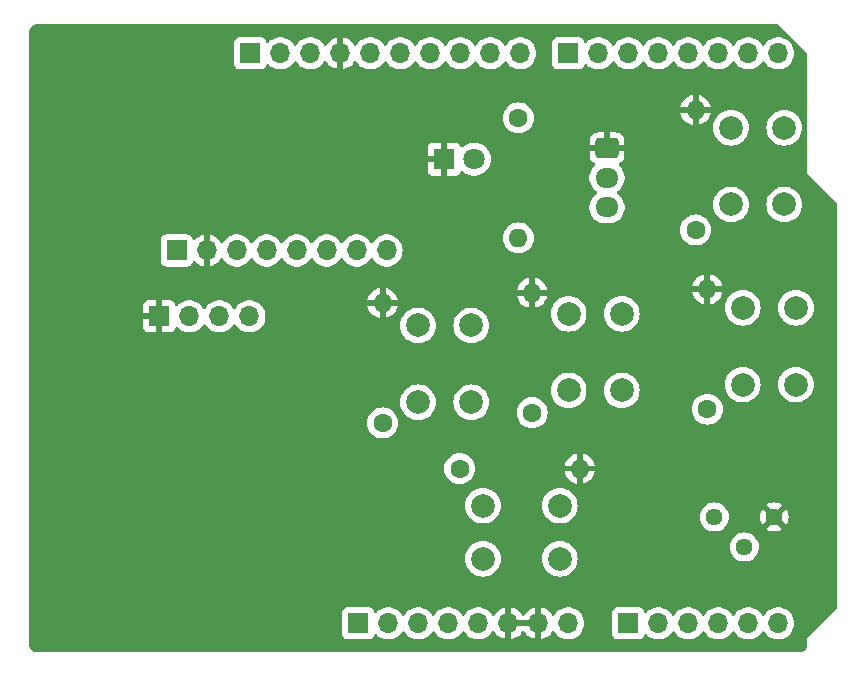
<source format=gbr>
%TF.GenerationSoftware,KiCad,Pcbnew,8.0.8*%
%TF.CreationDate,2025-02-03T21:16:33-07:00*%
%TF.ProjectId,Uno_Shield_ThermoProbe,556e6f5f-5368-4696-956c-645f54686572,rev?*%
%TF.SameCoordinates,Original*%
%TF.FileFunction,Copper,L2,Bot*%
%TF.FilePolarity,Positive*%
%FSLAX46Y46*%
G04 Gerber Fmt 4.6, Leading zero omitted, Abs format (unit mm)*
G04 Created by KiCad (PCBNEW 8.0.8) date 2025-02-03 21:16:33*
%MOMM*%
%LPD*%
G01*
G04 APERTURE LIST*
G04 Aperture macros list*
%AMRoundRect*
0 Rectangle with rounded corners*
0 $1 Rounding radius*
0 $2 $3 $4 $5 $6 $7 $8 $9 X,Y pos of 4 corners*
0 Add a 4 corners polygon primitive as box body*
4,1,4,$2,$3,$4,$5,$6,$7,$8,$9,$2,$3,0*
0 Add four circle primitives for the rounded corners*
1,1,$1+$1,$2,$3*
1,1,$1+$1,$4,$5*
1,1,$1+$1,$6,$7*
1,1,$1+$1,$8,$9*
0 Add four rect primitives between the rounded corners*
20,1,$1+$1,$2,$3,$4,$5,0*
20,1,$1+$1,$4,$5,$6,$7,0*
20,1,$1+$1,$6,$7,$8,$9,0*
20,1,$1+$1,$8,$9,$2,$3,0*%
G04 Aperture macros list end*
%TA.AperFunction,ComponentPad*%
%ADD10R,1.700000X1.700000*%
%TD*%
%TA.AperFunction,ComponentPad*%
%ADD11O,1.700000X1.700000*%
%TD*%
%TA.AperFunction,ComponentPad*%
%ADD12C,1.600000*%
%TD*%
%TA.AperFunction,ComponentPad*%
%ADD13O,1.600000X1.600000*%
%TD*%
%TA.AperFunction,ComponentPad*%
%ADD14C,2.000000*%
%TD*%
%TA.AperFunction,ComponentPad*%
%ADD15RoundRect,0.250000X-0.725000X0.600000X-0.725000X-0.600000X0.725000X-0.600000X0.725000X0.600000X0*%
%TD*%
%TA.AperFunction,ComponentPad*%
%ADD16O,1.950000X1.700000*%
%TD*%
%TA.AperFunction,ComponentPad*%
%ADD17R,1.800000X1.800000*%
%TD*%
%TA.AperFunction,ComponentPad*%
%ADD18C,1.800000*%
%TD*%
%TA.AperFunction,ComponentPad*%
%ADD19C,1.440000*%
%TD*%
G04 APERTURE END LIST*
D10*
%TO.P,J1,1,Pin_1*%
%TO.N,unconnected-(J1-Pin_1-Pad1)*%
X127940000Y-97460000D03*
D11*
%TO.P,J1,2,Pin_2*%
%TO.N,/IOREF*%
X130480000Y-97460000D03*
%TO.P,J1,3,Pin_3*%
%TO.N,/~{RESET}*%
X133020000Y-97460000D03*
%TO.P,J1,4,Pin_4*%
%TO.N,+3V3*%
X135560000Y-97460000D03*
%TO.P,J1,5,Pin_5*%
%TO.N,+5V*%
X138100000Y-97460000D03*
%TO.P,J1,6,Pin_6*%
%TO.N,GND*%
X140640000Y-97460000D03*
%TO.P,J1,7,Pin_7*%
X143180000Y-97460000D03*
%TO.P,J1,8,Pin_8*%
%TO.N,VCC*%
X145720000Y-97460000D03*
%TD*%
D10*
%TO.P,J3,1,Pin_1*%
%TO.N,/Temp_POT*%
X150800000Y-97460000D03*
D11*
%TO.P,J3,2,Pin_2*%
%TO.N,/A1*%
X153340000Y-97460000D03*
%TO.P,J3,3,Pin_3*%
%TO.N,/A2*%
X155880000Y-97460000D03*
%TO.P,J3,4,Pin_4*%
%TO.N,/A3*%
X158420000Y-97460000D03*
%TO.P,J3,5,Pin_5*%
%TO.N,/SDA{slash}A4*%
X160960000Y-97460000D03*
%TO.P,J3,6,Pin_6*%
%TO.N,/SCL{slash}A5*%
X163500000Y-97460000D03*
%TD*%
D10*
%TO.P,J2,1,Pin_1*%
%TO.N,/I2C_SCL*%
X118796000Y-49200000D03*
D11*
%TO.P,J2,2,Pin_2*%
%TO.N,/I2C_SDA*%
X121336000Y-49200000D03*
%TO.P,J2,3,Pin_3*%
%TO.N,/AREF*%
X123876000Y-49200000D03*
%TO.P,J2,4,Pin_4*%
%TO.N,GND*%
X126416000Y-49200000D03*
%TO.P,J2,5,Pin_5*%
%TO.N,/Button_Light*%
X128956000Y-49200000D03*
%TO.P,J2,6,Pin_6*%
%TO.N,/12*%
X131496000Y-49200000D03*
%TO.P,J2,7,Pin_7*%
%TO.N,/\u002A11*%
X134036000Y-49200000D03*
%TO.P,J2,8,Pin_8*%
%TO.N,/\u002A10*%
X136576000Y-49200000D03*
%TO.P,J2,9,Pin_9*%
%TO.N,/LED_Backlight*%
X139116000Y-49200000D03*
%TO.P,J2,10,Pin_10*%
%TO.N,/Temp_Sensor*%
X141656000Y-49200000D03*
%TD*%
D10*
%TO.P,J4,1,Pin_1*%
%TO.N,/7*%
X145720000Y-49200000D03*
D11*
%TO.P,J4,2,Pin_2*%
%TO.N,unconnected-(J4-Pin_2-Pad2)*%
X148260000Y-49200000D03*
%TO.P,J4,3,Pin_3*%
%TO.N,/Button_Units*%
X150800000Y-49200000D03*
%TO.P,J4,4,Pin_4*%
%TO.N,/Button_OnOff*%
X153340000Y-49200000D03*
%TO.P,J4,5,Pin_5*%
%TO.N,/Button_Lock*%
X155880000Y-49200000D03*
%TO.P,J4,6,Pin_6*%
%TO.N,/Button_Cal*%
X158420000Y-49200000D03*
%TO.P,J4,7,Pin_7*%
%TO.N,/TX{slash}1*%
X160960000Y-49200000D03*
%TO.P,J4,8,Pin_8*%
%TO.N,/RX{slash}0*%
X163500000Y-49200000D03*
%TD*%
D12*
%TO.P,R6,1*%
%TO.N,/Button_Light*%
X130000000Y-80500000D03*
D13*
%TO.P,R6,2*%
%TO.N,GND*%
X130000000Y-70340000D03*
%TD*%
D14*
%TO.P,SW4,1,A*%
%TO.N,/Button_OnOff*%
X138500000Y-87500000D03*
X145000000Y-87500000D03*
%TO.P,SW4,2,B*%
%TO.N,+5V*%
X138500000Y-92000000D03*
X145000000Y-92000000D03*
%TD*%
D12*
%TO.P,R5,1*%
%TO.N,/Button_OnOff*%
X136530000Y-84360000D03*
D13*
%TO.P,R5,2*%
%TO.N,GND*%
X146690000Y-84360000D03*
%TD*%
D15*
%TO.P,J5,1,Pin_1*%
%TO.N,GND*%
X149000000Y-57250000D03*
D16*
%TO.P,J5,2,Pin_2*%
%TO.N,/Temp_Sensor*%
X149000000Y-59750000D03*
%TO.P,J5,3,Pin_3*%
%TO.N,+5V*%
X149000000Y-62250000D03*
%TD*%
D12*
%TO.P,R2,1*%
%TO.N,/Button_Lock*%
X157500000Y-79330000D03*
D13*
%TO.P,R2,2*%
%TO.N,GND*%
X157500000Y-69170000D03*
%TD*%
D12*
%TO.P,R4,1*%
%TO.N,/Button_Units*%
X142660000Y-79640000D03*
D13*
%TO.P,R4,2*%
%TO.N,GND*%
X142660000Y-69480000D03*
%TD*%
D12*
%TO.P,R1,1*%
%TO.N,/LED_Backlight*%
X141500000Y-54670000D03*
D13*
%TO.P,R1,2*%
%TO.N,Net-(D1-A)*%
X141500000Y-64830000D03*
%TD*%
D17*
%TO.P,D1,1,K*%
%TO.N,GND*%
X135225000Y-58170000D03*
D18*
%TO.P,D1,2,A*%
%TO.N,Net-(D1-A)*%
X137765000Y-58170000D03*
%TD*%
D11*
%TO.P,J6,8,Pin_8*%
%TO.N,unconnected-(J6-Pin_8-Pad8)*%
X130340000Y-65900000D03*
%TO.P,J6,7,Pin_7*%
%TO.N,unconnected-(J6-Pin_7-Pad7)*%
X127800000Y-65900000D03*
%TO.P,J6,6,Pin_6*%
%TO.N,unconnected-(J6-Pin_6-Pad6)*%
X125260000Y-65900000D03*
%TO.P,J6,5,Pin_5*%
%TO.N,unconnected-(J6-Pin_5-Pad5)*%
X122720000Y-65900000D03*
%TO.P,J6,4,Pin_4*%
%TO.N,/I2C_SDA*%
X120180000Y-65900000D03*
%TO.P,J6,3,Pin_3*%
%TO.N,/I2C_SCL*%
X117640000Y-65900000D03*
%TO.P,J6,2,Pin_2*%
%TO.N,GND*%
X115100000Y-65900000D03*
D10*
%TO.P,J6,1,Pin_1*%
%TO.N,+5V*%
X112560000Y-65900000D03*
%TD*%
D12*
%TO.P,R3,1*%
%TO.N,/Button_Cal*%
X156500000Y-64160000D03*
D13*
%TO.P,R3,2*%
%TO.N,GND*%
X156500000Y-54000000D03*
%TD*%
D14*
%TO.P,SW2,1,A*%
%TO.N,/Button_Cal*%
X159500000Y-62000000D03*
X159500000Y-55500000D03*
%TO.P,SW2,2,B*%
%TO.N,+5V*%
X164000000Y-62000000D03*
X164000000Y-55500000D03*
%TD*%
%TO.P,SW5,1,A*%
%TO.N,/Button_Light*%
X133000000Y-78750000D03*
X133000000Y-72250000D03*
%TO.P,SW5,2,B*%
%TO.N,+5V*%
X137500000Y-78750000D03*
X137500000Y-72250000D03*
%TD*%
%TO.P,SW3,1,A*%
%TO.N,/Button_Units*%
X145750000Y-77750000D03*
X145750000Y-71250000D03*
%TO.P,SW3,2,B*%
%TO.N,+5V*%
X150250000Y-77750000D03*
X150250000Y-71250000D03*
%TD*%
%TO.P,SW1,1,A*%
%TO.N,/Button_Lock*%
X160500000Y-77250000D03*
X160500000Y-70750000D03*
%TO.P,SW1,2,B*%
%TO.N,+5V*%
X165000000Y-77250000D03*
X165000000Y-70750000D03*
%TD*%
D10*
%TO.P,J7,1,Pin_1*%
%TO.N,GND*%
X111100000Y-71475000D03*
D11*
%TO.P,J7,2,Pin_2*%
%TO.N,+5V*%
X113640000Y-71475000D03*
%TO.P,J7,3,Pin_3*%
%TO.N,/I2C_SCL*%
X116180000Y-71475000D03*
%TO.P,J7,4,Pin_4*%
%TO.N,/I2C_SDA*%
X118720000Y-71475000D03*
%TD*%
D19*
%TO.P,RV1,1,1*%
%TO.N,+5V*%
X158080000Y-88460000D03*
%TO.P,RV1,2,2*%
%TO.N,/Temp_POT*%
X160620000Y-91000000D03*
%TO.P,RV1,3,3*%
%TO.N,GND*%
X163160000Y-88460000D03*
%TD*%
%TA.AperFunction,Conductor*%
%TO.N,GND*%
G36*
X142714075Y-97267007D02*
G01*
X142680000Y-97394174D01*
X142680000Y-97525826D01*
X142714075Y-97652993D01*
X142746988Y-97710000D01*
X141073012Y-97710000D01*
X141105925Y-97652993D01*
X141140000Y-97525826D01*
X141140000Y-97394174D01*
X141105925Y-97267007D01*
X141073012Y-97210000D01*
X142746988Y-97210000D01*
X142714075Y-97267007D01*
G37*
%TD.AperFunction*%
%TA.AperFunction,Conductor*%
G36*
X163484404Y-46755185D02*
G01*
X163505046Y-46771819D01*
X165928181Y-49194954D01*
X165961666Y-49256277D01*
X165964500Y-49282635D01*
X165964500Y-59344982D01*
X165964500Y-59375018D01*
X165975994Y-59402767D01*
X165975995Y-59402768D01*
X168468181Y-61894954D01*
X168501666Y-61956277D01*
X168504500Y-61982635D01*
X168504500Y-96107364D01*
X168484815Y-96174403D01*
X168468181Y-96195045D01*
X165997233Y-98665994D01*
X165975995Y-98687231D01*
X165964500Y-98714982D01*
X165964500Y-99231907D01*
X165963903Y-99244062D01*
X165952505Y-99359778D01*
X165947763Y-99383618D01*
X165917832Y-99482290D01*
X165915789Y-99489024D01*
X165906486Y-99511482D01*
X165854561Y-99608627D01*
X165841056Y-99628839D01*
X165771176Y-99713988D01*
X165753988Y-99731176D01*
X165668839Y-99801056D01*
X165648627Y-99814561D01*
X165551482Y-99866486D01*
X165529028Y-99875787D01*
X165487028Y-99888528D01*
X165423618Y-99907763D01*
X165399778Y-99912505D01*
X165291162Y-99923203D01*
X165284060Y-99923903D01*
X165271907Y-99924500D01*
X100768093Y-99924500D01*
X100755939Y-99923903D01*
X100747995Y-99923120D01*
X100640221Y-99912505D01*
X100616381Y-99907763D01*
X100599445Y-99902625D01*
X100510968Y-99875786D01*
X100488517Y-99866486D01*
X100391372Y-99814561D01*
X100371160Y-99801056D01*
X100286011Y-99731176D01*
X100268823Y-99713988D01*
X100198943Y-99628839D01*
X100185438Y-99608627D01*
X100133510Y-99511476D01*
X100124215Y-99489037D01*
X100092234Y-99383612D01*
X100087494Y-99359777D01*
X100076097Y-99244061D01*
X100075500Y-99231907D01*
X100075500Y-96561345D01*
X126581500Y-96561345D01*
X126581500Y-98358654D01*
X126588011Y-98419202D01*
X126588011Y-98419204D01*
X126639111Y-98556204D01*
X126726739Y-98673261D01*
X126843796Y-98760889D01*
X126980799Y-98811989D01*
X127008050Y-98814918D01*
X127041345Y-98818499D01*
X127041362Y-98818500D01*
X128838638Y-98818500D01*
X128838654Y-98818499D01*
X128865692Y-98815591D01*
X128899201Y-98811989D01*
X129036204Y-98760889D01*
X129153261Y-98673261D01*
X129240889Y-98556204D01*
X129286138Y-98434887D01*
X129328009Y-98378956D01*
X129393474Y-98354539D01*
X129461746Y-98369391D01*
X129493545Y-98394236D01*
X129556760Y-98462906D01*
X129734424Y-98601189D01*
X129734425Y-98601189D01*
X129734427Y-98601191D01*
X129861135Y-98669761D01*
X129932426Y-98708342D01*
X130145365Y-98781444D01*
X130367431Y-98818500D01*
X130592569Y-98818500D01*
X130814635Y-98781444D01*
X131027574Y-98708342D01*
X131225576Y-98601189D01*
X131403240Y-98462906D01*
X131524594Y-98331082D01*
X131555715Y-98297276D01*
X131555715Y-98297275D01*
X131555722Y-98297268D01*
X131646193Y-98158790D01*
X131699338Y-98113437D01*
X131768569Y-98104013D01*
X131831905Y-98133515D01*
X131853804Y-98158787D01*
X131944278Y-98297268D01*
X131944283Y-98297273D01*
X131944284Y-98297276D01*
X132070968Y-98434889D01*
X132096760Y-98462906D01*
X132274424Y-98601189D01*
X132274425Y-98601189D01*
X132274427Y-98601191D01*
X132401135Y-98669761D01*
X132472426Y-98708342D01*
X132685365Y-98781444D01*
X132907431Y-98818500D01*
X133132569Y-98818500D01*
X133354635Y-98781444D01*
X133567574Y-98708342D01*
X133765576Y-98601189D01*
X133943240Y-98462906D01*
X134064594Y-98331082D01*
X134095715Y-98297276D01*
X134095715Y-98297275D01*
X134095722Y-98297268D01*
X134186193Y-98158790D01*
X134239338Y-98113437D01*
X134308569Y-98104013D01*
X134371905Y-98133515D01*
X134393804Y-98158787D01*
X134484278Y-98297268D01*
X134484283Y-98297273D01*
X134484284Y-98297276D01*
X134610968Y-98434889D01*
X134636760Y-98462906D01*
X134814424Y-98601189D01*
X134814425Y-98601189D01*
X134814427Y-98601191D01*
X134941135Y-98669761D01*
X135012426Y-98708342D01*
X135225365Y-98781444D01*
X135447431Y-98818500D01*
X135672569Y-98818500D01*
X135894635Y-98781444D01*
X136107574Y-98708342D01*
X136305576Y-98601189D01*
X136483240Y-98462906D01*
X136604594Y-98331082D01*
X136635715Y-98297276D01*
X136635715Y-98297275D01*
X136635722Y-98297268D01*
X136726193Y-98158790D01*
X136779338Y-98113437D01*
X136848569Y-98104013D01*
X136911905Y-98133515D01*
X136933804Y-98158787D01*
X137024278Y-98297268D01*
X137024283Y-98297273D01*
X137024284Y-98297276D01*
X137150968Y-98434889D01*
X137176760Y-98462906D01*
X137354424Y-98601189D01*
X137354425Y-98601189D01*
X137354427Y-98601191D01*
X137481135Y-98669761D01*
X137552426Y-98708342D01*
X137765365Y-98781444D01*
X137987431Y-98818500D01*
X138212569Y-98818500D01*
X138434635Y-98781444D01*
X138647574Y-98708342D01*
X138845576Y-98601189D01*
X139023240Y-98462906D01*
X139144594Y-98331082D01*
X139175715Y-98297276D01*
X139175715Y-98297275D01*
X139175722Y-98297268D01*
X139269749Y-98153347D01*
X139322894Y-98107994D01*
X139392125Y-98098570D01*
X139455461Y-98128072D01*
X139475130Y-98150048D01*
X139601890Y-98331078D01*
X139768917Y-98498105D01*
X139962421Y-98633600D01*
X140176507Y-98733429D01*
X140176516Y-98733433D01*
X140390000Y-98790634D01*
X140390000Y-97893012D01*
X140447007Y-97925925D01*
X140574174Y-97960000D01*
X140705826Y-97960000D01*
X140832993Y-97925925D01*
X140890000Y-97893012D01*
X140890000Y-98790633D01*
X141103483Y-98733433D01*
X141103492Y-98733429D01*
X141317578Y-98633600D01*
X141511082Y-98498105D01*
X141678105Y-98331082D01*
X141808425Y-98144968D01*
X141863002Y-98101344D01*
X141932501Y-98094151D01*
X141994855Y-98125673D01*
X142011575Y-98144968D01*
X142141894Y-98331082D01*
X142308917Y-98498105D01*
X142502421Y-98633600D01*
X142716507Y-98733429D01*
X142716516Y-98733433D01*
X142930000Y-98790634D01*
X142930000Y-97893012D01*
X142987007Y-97925925D01*
X143114174Y-97960000D01*
X143245826Y-97960000D01*
X143372993Y-97925925D01*
X143430000Y-97893012D01*
X143430000Y-98790633D01*
X143643483Y-98733433D01*
X143643492Y-98733429D01*
X143857578Y-98633600D01*
X144051082Y-98498105D01*
X144218105Y-98331082D01*
X144344868Y-98150048D01*
X144399445Y-98106423D01*
X144468944Y-98099231D01*
X144531298Y-98130753D01*
X144550251Y-98153350D01*
X144644276Y-98297265D01*
X144644284Y-98297276D01*
X144770968Y-98434889D01*
X144796760Y-98462906D01*
X144974424Y-98601189D01*
X144974425Y-98601189D01*
X144974427Y-98601191D01*
X145101135Y-98669761D01*
X145172426Y-98708342D01*
X145385365Y-98781444D01*
X145607431Y-98818500D01*
X145832569Y-98818500D01*
X146054635Y-98781444D01*
X146267574Y-98708342D01*
X146465576Y-98601189D01*
X146643240Y-98462906D01*
X146764594Y-98331082D01*
X146795715Y-98297276D01*
X146795717Y-98297273D01*
X146795722Y-98297268D01*
X146918860Y-98108791D01*
X147009296Y-97902616D01*
X147064564Y-97684368D01*
X147067164Y-97652993D01*
X147083156Y-97460005D01*
X147083156Y-97459994D01*
X147064565Y-97235640D01*
X147064563Y-97235628D01*
X147009296Y-97017385D01*
X146999071Y-96994075D01*
X146918860Y-96811209D01*
X146902706Y-96786484D01*
X146795723Y-96622734D01*
X146795715Y-96622723D01*
X146739212Y-96561345D01*
X149441500Y-96561345D01*
X149441500Y-98358654D01*
X149448011Y-98419202D01*
X149448011Y-98419204D01*
X149499111Y-98556204D01*
X149586739Y-98673261D01*
X149703796Y-98760889D01*
X149840799Y-98811989D01*
X149868050Y-98814918D01*
X149901345Y-98818499D01*
X149901362Y-98818500D01*
X151698638Y-98818500D01*
X151698654Y-98818499D01*
X151725692Y-98815591D01*
X151759201Y-98811989D01*
X151896204Y-98760889D01*
X152013261Y-98673261D01*
X152100889Y-98556204D01*
X152146138Y-98434887D01*
X152188009Y-98378956D01*
X152253474Y-98354539D01*
X152321746Y-98369391D01*
X152353545Y-98394236D01*
X152416760Y-98462906D01*
X152594424Y-98601189D01*
X152594425Y-98601189D01*
X152594427Y-98601191D01*
X152721135Y-98669761D01*
X152792426Y-98708342D01*
X153005365Y-98781444D01*
X153227431Y-98818500D01*
X153452569Y-98818500D01*
X153674635Y-98781444D01*
X153887574Y-98708342D01*
X154085576Y-98601189D01*
X154263240Y-98462906D01*
X154384594Y-98331082D01*
X154415715Y-98297276D01*
X154415715Y-98297275D01*
X154415722Y-98297268D01*
X154506193Y-98158790D01*
X154559338Y-98113437D01*
X154628569Y-98104013D01*
X154691905Y-98133515D01*
X154713804Y-98158787D01*
X154804278Y-98297268D01*
X154804283Y-98297273D01*
X154804284Y-98297276D01*
X154930968Y-98434889D01*
X154956760Y-98462906D01*
X155134424Y-98601189D01*
X155134425Y-98601189D01*
X155134427Y-98601191D01*
X155261135Y-98669761D01*
X155332426Y-98708342D01*
X155545365Y-98781444D01*
X155767431Y-98818500D01*
X155992569Y-98818500D01*
X156214635Y-98781444D01*
X156427574Y-98708342D01*
X156625576Y-98601189D01*
X156803240Y-98462906D01*
X156924594Y-98331082D01*
X156955715Y-98297276D01*
X156955715Y-98297275D01*
X156955722Y-98297268D01*
X157046193Y-98158790D01*
X157099338Y-98113437D01*
X157168569Y-98104013D01*
X157231905Y-98133515D01*
X157253804Y-98158787D01*
X157344278Y-98297268D01*
X157344283Y-98297273D01*
X157344284Y-98297276D01*
X157470968Y-98434889D01*
X157496760Y-98462906D01*
X157674424Y-98601189D01*
X157674425Y-98601189D01*
X157674427Y-98601191D01*
X157801135Y-98669761D01*
X157872426Y-98708342D01*
X158085365Y-98781444D01*
X158307431Y-98818500D01*
X158532569Y-98818500D01*
X158754635Y-98781444D01*
X158967574Y-98708342D01*
X159165576Y-98601189D01*
X159343240Y-98462906D01*
X159464594Y-98331082D01*
X159495715Y-98297276D01*
X159495715Y-98297275D01*
X159495722Y-98297268D01*
X159586193Y-98158790D01*
X159639338Y-98113437D01*
X159708569Y-98104013D01*
X159771905Y-98133515D01*
X159793804Y-98158787D01*
X159884278Y-98297268D01*
X159884283Y-98297273D01*
X159884284Y-98297276D01*
X160010968Y-98434889D01*
X160036760Y-98462906D01*
X160214424Y-98601189D01*
X160214425Y-98601189D01*
X160214427Y-98601191D01*
X160341135Y-98669761D01*
X160412426Y-98708342D01*
X160625365Y-98781444D01*
X160847431Y-98818500D01*
X161072569Y-98818500D01*
X161294635Y-98781444D01*
X161507574Y-98708342D01*
X161705576Y-98601189D01*
X161883240Y-98462906D01*
X162004594Y-98331082D01*
X162035715Y-98297276D01*
X162035715Y-98297275D01*
X162035722Y-98297268D01*
X162126193Y-98158790D01*
X162179338Y-98113437D01*
X162248569Y-98104013D01*
X162311905Y-98133515D01*
X162333804Y-98158787D01*
X162424278Y-98297268D01*
X162424283Y-98297273D01*
X162424284Y-98297276D01*
X162550968Y-98434889D01*
X162576760Y-98462906D01*
X162754424Y-98601189D01*
X162754425Y-98601189D01*
X162754427Y-98601191D01*
X162881135Y-98669761D01*
X162952426Y-98708342D01*
X163165365Y-98781444D01*
X163387431Y-98818500D01*
X163612569Y-98818500D01*
X163834635Y-98781444D01*
X164047574Y-98708342D01*
X164245576Y-98601189D01*
X164423240Y-98462906D01*
X164544594Y-98331082D01*
X164575715Y-98297276D01*
X164575717Y-98297273D01*
X164575722Y-98297268D01*
X164698860Y-98108791D01*
X164789296Y-97902616D01*
X164844564Y-97684368D01*
X164847164Y-97652993D01*
X164863156Y-97460005D01*
X164863156Y-97459994D01*
X164844565Y-97235640D01*
X164844563Y-97235628D01*
X164789296Y-97017385D01*
X164779071Y-96994075D01*
X164698860Y-96811209D01*
X164682706Y-96786484D01*
X164575723Y-96622734D01*
X164575715Y-96622723D01*
X164423243Y-96457097D01*
X164423238Y-96457092D01*
X164245577Y-96318812D01*
X164245572Y-96318808D01*
X164047580Y-96211661D01*
X164047577Y-96211659D01*
X164047574Y-96211658D01*
X164047571Y-96211657D01*
X164047569Y-96211656D01*
X163834637Y-96138556D01*
X163612569Y-96101500D01*
X163387431Y-96101500D01*
X163165362Y-96138556D01*
X162952430Y-96211656D01*
X162952419Y-96211661D01*
X162754427Y-96318808D01*
X162754422Y-96318812D01*
X162576761Y-96457092D01*
X162576756Y-96457097D01*
X162424284Y-96622723D01*
X162424276Y-96622734D01*
X162333808Y-96761206D01*
X162280662Y-96806562D01*
X162211431Y-96815986D01*
X162148095Y-96786484D01*
X162126192Y-96761206D01*
X162035723Y-96622734D01*
X162035715Y-96622723D01*
X161883243Y-96457097D01*
X161883238Y-96457092D01*
X161705577Y-96318812D01*
X161705572Y-96318808D01*
X161507580Y-96211661D01*
X161507577Y-96211659D01*
X161507574Y-96211658D01*
X161507571Y-96211657D01*
X161507569Y-96211656D01*
X161294637Y-96138556D01*
X161072569Y-96101500D01*
X160847431Y-96101500D01*
X160625362Y-96138556D01*
X160412430Y-96211656D01*
X160412419Y-96211661D01*
X160214427Y-96318808D01*
X160214422Y-96318812D01*
X160036761Y-96457092D01*
X160036756Y-96457097D01*
X159884284Y-96622723D01*
X159884276Y-96622734D01*
X159793808Y-96761206D01*
X159740662Y-96806562D01*
X159671431Y-96815986D01*
X159608095Y-96786484D01*
X159586192Y-96761206D01*
X159495723Y-96622734D01*
X159495715Y-96622723D01*
X159343243Y-96457097D01*
X159343238Y-96457092D01*
X159165577Y-96318812D01*
X159165572Y-96318808D01*
X158967580Y-96211661D01*
X158967577Y-96211659D01*
X158967574Y-96211658D01*
X158967571Y-96211657D01*
X158967569Y-96211656D01*
X158754637Y-96138556D01*
X158532569Y-96101500D01*
X158307431Y-96101500D01*
X158085362Y-96138556D01*
X157872430Y-96211656D01*
X157872419Y-96211661D01*
X157674427Y-96318808D01*
X157674422Y-96318812D01*
X157496761Y-96457092D01*
X157496756Y-96457097D01*
X157344284Y-96622723D01*
X157344276Y-96622734D01*
X157253808Y-96761206D01*
X157200662Y-96806562D01*
X157131431Y-96815986D01*
X157068095Y-96786484D01*
X157046192Y-96761206D01*
X156955723Y-96622734D01*
X156955715Y-96622723D01*
X156803243Y-96457097D01*
X156803238Y-96457092D01*
X156625577Y-96318812D01*
X156625572Y-96318808D01*
X156427580Y-96211661D01*
X156427577Y-96211659D01*
X156427574Y-96211658D01*
X156427571Y-96211657D01*
X156427569Y-96211656D01*
X156214637Y-96138556D01*
X155992569Y-96101500D01*
X155767431Y-96101500D01*
X155545362Y-96138556D01*
X155332430Y-96211656D01*
X155332419Y-96211661D01*
X155134427Y-96318808D01*
X155134422Y-96318812D01*
X154956761Y-96457092D01*
X154956756Y-96457097D01*
X154804284Y-96622723D01*
X154804276Y-96622734D01*
X154713808Y-96761206D01*
X154660662Y-96806562D01*
X154591431Y-96815986D01*
X154528095Y-96786484D01*
X154506192Y-96761206D01*
X154415723Y-96622734D01*
X154415715Y-96622723D01*
X154263243Y-96457097D01*
X154263238Y-96457092D01*
X154085577Y-96318812D01*
X154085572Y-96318808D01*
X153887580Y-96211661D01*
X153887577Y-96211659D01*
X153887574Y-96211658D01*
X153887571Y-96211657D01*
X153887569Y-96211656D01*
X153674637Y-96138556D01*
X153452569Y-96101500D01*
X153227431Y-96101500D01*
X153005362Y-96138556D01*
X152792430Y-96211656D01*
X152792419Y-96211661D01*
X152594427Y-96318808D01*
X152594422Y-96318812D01*
X152416761Y-96457092D01*
X152353548Y-96525760D01*
X152293661Y-96561750D01*
X152223823Y-96559649D01*
X152166207Y-96520124D01*
X152146138Y-96485110D01*
X152100889Y-96363796D01*
X152067214Y-96318812D01*
X152013261Y-96246739D01*
X151896204Y-96159111D01*
X151895172Y-96158726D01*
X151759203Y-96108011D01*
X151698654Y-96101500D01*
X151698638Y-96101500D01*
X149901362Y-96101500D01*
X149901345Y-96101500D01*
X149840797Y-96108011D01*
X149840795Y-96108011D01*
X149703795Y-96159111D01*
X149586739Y-96246739D01*
X149499111Y-96363795D01*
X149448011Y-96500795D01*
X149448011Y-96500797D01*
X149441500Y-96561345D01*
X146739212Y-96561345D01*
X146643243Y-96457097D01*
X146643238Y-96457092D01*
X146465577Y-96318812D01*
X146465572Y-96318808D01*
X146267580Y-96211661D01*
X146267577Y-96211659D01*
X146267574Y-96211658D01*
X146267571Y-96211657D01*
X146267569Y-96211656D01*
X146054637Y-96138556D01*
X145832569Y-96101500D01*
X145607431Y-96101500D01*
X145385362Y-96138556D01*
X145172430Y-96211656D01*
X145172419Y-96211661D01*
X144974427Y-96318808D01*
X144974422Y-96318812D01*
X144796761Y-96457092D01*
X144796756Y-96457097D01*
X144644284Y-96622723D01*
X144644276Y-96622734D01*
X144550251Y-96766650D01*
X144497105Y-96812007D01*
X144427873Y-96821430D01*
X144364538Y-96791928D01*
X144344868Y-96769951D01*
X144218113Y-96588926D01*
X144218108Y-96588920D01*
X144051082Y-96421894D01*
X143857578Y-96286399D01*
X143643492Y-96186570D01*
X143643486Y-96186567D01*
X143430000Y-96129364D01*
X143430000Y-97026988D01*
X143372993Y-96994075D01*
X143245826Y-96960000D01*
X143114174Y-96960000D01*
X142987007Y-96994075D01*
X142930000Y-97026988D01*
X142930000Y-96129364D01*
X142929999Y-96129364D01*
X142716513Y-96186567D01*
X142716507Y-96186570D01*
X142502422Y-96286399D01*
X142502420Y-96286400D01*
X142308926Y-96421886D01*
X142308920Y-96421891D01*
X142141891Y-96588920D01*
X142141890Y-96588922D01*
X142011575Y-96775031D01*
X141956998Y-96818655D01*
X141887499Y-96825848D01*
X141825145Y-96794326D01*
X141808425Y-96775031D01*
X141678109Y-96588922D01*
X141678108Y-96588920D01*
X141511082Y-96421894D01*
X141317578Y-96286399D01*
X141103492Y-96186570D01*
X141103486Y-96186567D01*
X140890000Y-96129364D01*
X140890000Y-97026988D01*
X140832993Y-96994075D01*
X140705826Y-96960000D01*
X140574174Y-96960000D01*
X140447007Y-96994075D01*
X140390000Y-97026988D01*
X140390000Y-96129364D01*
X140389999Y-96129364D01*
X140176513Y-96186567D01*
X140176507Y-96186570D01*
X139962422Y-96286399D01*
X139962420Y-96286400D01*
X139768926Y-96421886D01*
X139768920Y-96421891D01*
X139601891Y-96588920D01*
X139601890Y-96588922D01*
X139475131Y-96769952D01*
X139420554Y-96813577D01*
X139351055Y-96820769D01*
X139288701Y-96789247D01*
X139269752Y-96766656D01*
X139175722Y-96622732D01*
X139175715Y-96622725D01*
X139175715Y-96622723D01*
X139023243Y-96457097D01*
X139023238Y-96457092D01*
X138845577Y-96318812D01*
X138845572Y-96318808D01*
X138647580Y-96211661D01*
X138647577Y-96211659D01*
X138647574Y-96211658D01*
X138647571Y-96211657D01*
X138647569Y-96211656D01*
X138434637Y-96138556D01*
X138212569Y-96101500D01*
X137987431Y-96101500D01*
X137765362Y-96138556D01*
X137552430Y-96211656D01*
X137552419Y-96211661D01*
X137354427Y-96318808D01*
X137354422Y-96318812D01*
X137176761Y-96457092D01*
X137176756Y-96457097D01*
X137024284Y-96622723D01*
X137024276Y-96622734D01*
X136933808Y-96761206D01*
X136880662Y-96806562D01*
X136811431Y-96815986D01*
X136748095Y-96786484D01*
X136726192Y-96761206D01*
X136635723Y-96622734D01*
X136635715Y-96622723D01*
X136483243Y-96457097D01*
X136483238Y-96457092D01*
X136305577Y-96318812D01*
X136305572Y-96318808D01*
X136107580Y-96211661D01*
X136107577Y-96211659D01*
X136107574Y-96211658D01*
X136107571Y-96211657D01*
X136107569Y-96211656D01*
X135894637Y-96138556D01*
X135672569Y-96101500D01*
X135447431Y-96101500D01*
X135225362Y-96138556D01*
X135012430Y-96211656D01*
X135012419Y-96211661D01*
X134814427Y-96318808D01*
X134814422Y-96318812D01*
X134636761Y-96457092D01*
X134636756Y-96457097D01*
X134484284Y-96622723D01*
X134484276Y-96622734D01*
X134393808Y-96761206D01*
X134340662Y-96806562D01*
X134271431Y-96815986D01*
X134208095Y-96786484D01*
X134186192Y-96761206D01*
X134095723Y-96622734D01*
X134095715Y-96622723D01*
X133943243Y-96457097D01*
X133943238Y-96457092D01*
X133765577Y-96318812D01*
X133765572Y-96318808D01*
X133567580Y-96211661D01*
X133567577Y-96211659D01*
X133567574Y-96211658D01*
X133567571Y-96211657D01*
X133567569Y-96211656D01*
X133354637Y-96138556D01*
X133132569Y-96101500D01*
X132907431Y-96101500D01*
X132685362Y-96138556D01*
X132472430Y-96211656D01*
X132472419Y-96211661D01*
X132274427Y-96318808D01*
X132274422Y-96318812D01*
X132096761Y-96457092D01*
X132096756Y-96457097D01*
X131944284Y-96622723D01*
X131944276Y-96622734D01*
X131853808Y-96761206D01*
X131800662Y-96806562D01*
X131731431Y-96815986D01*
X131668095Y-96786484D01*
X131646192Y-96761206D01*
X131555723Y-96622734D01*
X131555715Y-96622723D01*
X131403243Y-96457097D01*
X131403238Y-96457092D01*
X131225577Y-96318812D01*
X131225572Y-96318808D01*
X131027580Y-96211661D01*
X131027577Y-96211659D01*
X131027574Y-96211658D01*
X131027571Y-96211657D01*
X131027569Y-96211656D01*
X130814637Y-96138556D01*
X130592569Y-96101500D01*
X130367431Y-96101500D01*
X130145362Y-96138556D01*
X129932430Y-96211656D01*
X129932419Y-96211661D01*
X129734427Y-96318808D01*
X129734422Y-96318812D01*
X129556761Y-96457092D01*
X129493548Y-96525760D01*
X129433661Y-96561750D01*
X129363823Y-96559649D01*
X129306207Y-96520124D01*
X129286138Y-96485110D01*
X129240889Y-96363796D01*
X129207214Y-96318812D01*
X129153261Y-96246739D01*
X129036204Y-96159111D01*
X129035172Y-96158726D01*
X128899203Y-96108011D01*
X128838654Y-96101500D01*
X128838638Y-96101500D01*
X127041362Y-96101500D01*
X127041345Y-96101500D01*
X126980797Y-96108011D01*
X126980795Y-96108011D01*
X126843795Y-96159111D01*
X126726739Y-96246739D01*
X126639111Y-96363795D01*
X126588011Y-96500795D01*
X126588011Y-96500797D01*
X126581500Y-96561345D01*
X100075500Y-96561345D01*
X100075500Y-92000000D01*
X136986835Y-92000000D01*
X137005465Y-92236714D01*
X137060895Y-92467595D01*
X137060895Y-92467597D01*
X137151757Y-92686959D01*
X137151759Y-92686962D01*
X137275820Y-92889410D01*
X137275821Y-92889413D01*
X137275824Y-92889416D01*
X137430031Y-93069969D01*
X137569797Y-93189340D01*
X137610586Y-93224178D01*
X137610589Y-93224179D01*
X137813037Y-93348240D01*
X137813040Y-93348242D01*
X138032403Y-93439104D01*
X138032404Y-93439104D01*
X138032406Y-93439105D01*
X138263289Y-93494535D01*
X138500000Y-93513165D01*
X138736711Y-93494535D01*
X138967594Y-93439105D01*
X138967596Y-93439104D01*
X138967597Y-93439104D01*
X139186959Y-93348242D01*
X139186960Y-93348241D01*
X139186963Y-93348240D01*
X139389416Y-93224176D01*
X139569969Y-93069969D01*
X139724176Y-92889416D01*
X139848240Y-92686963D01*
X139939105Y-92467594D01*
X139994535Y-92236711D01*
X140013165Y-92000000D01*
X143486835Y-92000000D01*
X143505465Y-92236714D01*
X143560895Y-92467595D01*
X143560895Y-92467597D01*
X143651757Y-92686959D01*
X143651759Y-92686962D01*
X143775820Y-92889410D01*
X143775821Y-92889413D01*
X143775824Y-92889416D01*
X143930031Y-93069969D01*
X144069797Y-93189340D01*
X144110586Y-93224178D01*
X144110589Y-93224179D01*
X144313037Y-93348240D01*
X144313040Y-93348242D01*
X144532403Y-93439104D01*
X144532404Y-93439104D01*
X144532406Y-93439105D01*
X144763289Y-93494535D01*
X145000000Y-93513165D01*
X145236711Y-93494535D01*
X145467594Y-93439105D01*
X145467596Y-93439104D01*
X145467597Y-93439104D01*
X145686959Y-93348242D01*
X145686960Y-93348241D01*
X145686963Y-93348240D01*
X145889416Y-93224176D01*
X146069969Y-93069969D01*
X146224176Y-92889416D01*
X146348240Y-92686963D01*
X146439105Y-92467594D01*
X146494535Y-92236711D01*
X146513165Y-92000000D01*
X146494535Y-91763289D01*
X146439105Y-91532406D01*
X146439104Y-91532403D01*
X146439104Y-91532402D01*
X146348242Y-91313040D01*
X146348240Y-91313037D01*
X146224179Y-91110589D01*
X146224178Y-91110586D01*
X146129728Y-91000000D01*
X146129726Y-90999998D01*
X159386807Y-90999998D01*
X159386807Y-91000001D01*
X159405541Y-91214136D01*
X159405542Y-91214144D01*
X159461176Y-91421772D01*
X159461177Y-91421774D01*
X159461178Y-91421777D01*
X159512763Y-91532402D01*
X159552024Y-91616597D01*
X159552026Y-91616601D01*
X159675319Y-91792682D01*
X159827317Y-91944680D01*
X160003398Y-92067973D01*
X160003400Y-92067974D01*
X160003403Y-92067976D01*
X160198223Y-92158822D01*
X160405858Y-92214458D01*
X160558816Y-92227840D01*
X160619998Y-92233193D01*
X160620000Y-92233193D01*
X160620002Y-92233193D01*
X160673535Y-92228509D01*
X160834142Y-92214458D01*
X161041777Y-92158822D01*
X161236597Y-92067976D01*
X161412681Y-91944681D01*
X161564681Y-91792681D01*
X161687976Y-91616597D01*
X161778822Y-91421777D01*
X161834458Y-91214142D01*
X161853193Y-91000000D01*
X161834458Y-90785858D01*
X161778822Y-90578223D01*
X161687976Y-90383404D01*
X161564681Y-90207319D01*
X161564679Y-90207316D01*
X161412682Y-90055319D01*
X161236601Y-89932026D01*
X161236597Y-89932024D01*
X161236595Y-89932023D01*
X161041777Y-89841178D01*
X161041774Y-89841177D01*
X161041772Y-89841176D01*
X160834144Y-89785542D01*
X160834136Y-89785541D01*
X160620002Y-89766807D01*
X160619998Y-89766807D01*
X160405863Y-89785541D01*
X160405855Y-89785542D01*
X160198227Y-89841176D01*
X160198221Y-89841179D01*
X160003405Y-89932023D01*
X160003403Y-89932024D01*
X159827316Y-90055320D01*
X159675320Y-90207316D01*
X159552024Y-90383403D01*
X159552023Y-90383405D01*
X159461179Y-90578221D01*
X159461176Y-90578227D01*
X159405542Y-90785855D01*
X159405541Y-90785863D01*
X159386807Y-90999998D01*
X146129726Y-90999998D01*
X146069969Y-90930031D01*
X145950596Y-90828076D01*
X145889413Y-90775821D01*
X145889410Y-90775820D01*
X145686962Y-90651759D01*
X145686959Y-90651757D01*
X145467596Y-90560895D01*
X145236714Y-90505465D01*
X145000000Y-90486835D01*
X144763285Y-90505465D01*
X144532404Y-90560895D01*
X144532402Y-90560895D01*
X144313040Y-90651757D01*
X144313037Y-90651759D01*
X144110589Y-90775820D01*
X144110586Y-90775821D01*
X143930031Y-90930031D01*
X143775821Y-91110586D01*
X143775820Y-91110589D01*
X143651759Y-91313037D01*
X143651757Y-91313040D01*
X143560895Y-91532402D01*
X143560895Y-91532404D01*
X143505465Y-91763285D01*
X143486835Y-92000000D01*
X140013165Y-92000000D01*
X139994535Y-91763289D01*
X139939105Y-91532406D01*
X139939104Y-91532403D01*
X139939104Y-91532402D01*
X139848242Y-91313040D01*
X139848240Y-91313037D01*
X139724179Y-91110589D01*
X139724178Y-91110586D01*
X139629728Y-91000000D01*
X139569969Y-90930031D01*
X139450596Y-90828076D01*
X139389413Y-90775821D01*
X139389410Y-90775820D01*
X139186962Y-90651759D01*
X139186959Y-90651757D01*
X138967596Y-90560895D01*
X138736714Y-90505465D01*
X138500000Y-90486835D01*
X138263285Y-90505465D01*
X138032404Y-90560895D01*
X138032402Y-90560895D01*
X137813040Y-90651757D01*
X137813037Y-90651759D01*
X137610589Y-90775820D01*
X137610586Y-90775821D01*
X137430031Y-90930031D01*
X137275821Y-91110586D01*
X137275820Y-91110589D01*
X137151759Y-91313037D01*
X137151757Y-91313040D01*
X137060895Y-91532402D01*
X137060895Y-91532404D01*
X137005465Y-91763285D01*
X136986835Y-92000000D01*
X100075500Y-92000000D01*
X100075500Y-87500000D01*
X136986835Y-87500000D01*
X137005465Y-87736714D01*
X137060895Y-87967595D01*
X137060895Y-87967597D01*
X137151757Y-88186959D01*
X137151759Y-88186962D01*
X137275820Y-88389410D01*
X137275821Y-88389413D01*
X137328076Y-88450596D01*
X137430031Y-88569969D01*
X137550260Y-88672654D01*
X137610586Y-88724178D01*
X137610589Y-88724179D01*
X137813037Y-88848240D01*
X137813040Y-88848242D01*
X138032403Y-88939104D01*
X138032404Y-88939104D01*
X138032406Y-88939105D01*
X138263289Y-88994535D01*
X138500000Y-89013165D01*
X138736711Y-88994535D01*
X138967594Y-88939105D01*
X138967596Y-88939104D01*
X138967597Y-88939104D01*
X139186959Y-88848242D01*
X139186960Y-88848241D01*
X139186963Y-88848240D01*
X139389416Y-88724176D01*
X139569969Y-88569969D01*
X139724176Y-88389416D01*
X139848240Y-88186963D01*
X139889539Y-88087259D01*
X139939104Y-87967597D01*
X139939104Y-87967596D01*
X139939105Y-87967594D01*
X139994535Y-87736711D01*
X140013165Y-87500000D01*
X143486835Y-87500000D01*
X143505465Y-87736714D01*
X143560895Y-87967595D01*
X143560895Y-87967597D01*
X143651757Y-88186959D01*
X143651759Y-88186962D01*
X143775820Y-88389410D01*
X143775821Y-88389413D01*
X143828076Y-88450596D01*
X143930031Y-88569969D01*
X144050260Y-88672654D01*
X144110586Y-88724178D01*
X144110589Y-88724179D01*
X144313037Y-88848240D01*
X144313040Y-88848242D01*
X144532403Y-88939104D01*
X144532404Y-88939104D01*
X144532406Y-88939105D01*
X144763289Y-88994535D01*
X145000000Y-89013165D01*
X145236711Y-88994535D01*
X145467594Y-88939105D01*
X145467596Y-88939104D01*
X145467597Y-88939104D01*
X145686959Y-88848242D01*
X145686960Y-88848241D01*
X145686963Y-88848240D01*
X145889416Y-88724176D01*
X146069969Y-88569969D01*
X146163893Y-88459998D01*
X156846807Y-88459998D01*
X156846807Y-88460001D01*
X156865541Y-88674136D01*
X156865542Y-88674144D01*
X156921176Y-88881772D01*
X156921177Y-88881774D01*
X156921178Y-88881777D01*
X156973758Y-88994535D01*
X157012024Y-89076597D01*
X157012026Y-89076601D01*
X157135319Y-89252682D01*
X157287317Y-89404680D01*
X157463398Y-89527973D01*
X157463400Y-89527974D01*
X157463403Y-89527976D01*
X157658223Y-89618822D01*
X157865858Y-89674458D01*
X158018816Y-89687840D01*
X158079998Y-89693193D01*
X158080000Y-89693193D01*
X158080002Y-89693193D01*
X158133535Y-89688509D01*
X158294142Y-89674458D01*
X158501777Y-89618822D01*
X158696597Y-89527976D01*
X158872681Y-89404681D01*
X159024681Y-89252681D01*
X159147976Y-89076597D01*
X159238822Y-88881777D01*
X159294458Y-88674142D01*
X159313193Y-88460000D01*
X159313193Y-88459997D01*
X161935340Y-88459997D01*
X161935340Y-88460002D01*
X161953944Y-88672654D01*
X161953945Y-88672662D01*
X162009194Y-88878853D01*
X162009197Y-88878859D01*
X162099413Y-89072329D01*
X162138415Y-89128030D01*
X162760000Y-88506445D01*
X162760000Y-88512661D01*
X162787259Y-88614394D01*
X162839920Y-88705606D01*
X162914394Y-88780080D01*
X163005606Y-88832741D01*
X163107339Y-88860000D01*
X163113554Y-88860000D01*
X162491968Y-89481584D01*
X162547663Y-89520582D01*
X162547669Y-89520586D01*
X162741140Y-89610802D01*
X162741146Y-89610805D01*
X162947337Y-89666054D01*
X162947345Y-89666055D01*
X163159998Y-89684660D01*
X163160002Y-89684660D01*
X163372654Y-89666055D01*
X163372662Y-89666054D01*
X163578853Y-89610805D01*
X163578864Y-89610801D01*
X163772325Y-89520589D01*
X163828030Y-89481583D01*
X163206447Y-88860000D01*
X163212661Y-88860000D01*
X163314394Y-88832741D01*
X163405606Y-88780080D01*
X163480080Y-88705606D01*
X163532741Y-88614394D01*
X163560000Y-88512661D01*
X163560000Y-88506446D01*
X164181583Y-89128029D01*
X164220589Y-89072325D01*
X164310801Y-88878864D01*
X164310805Y-88878853D01*
X164366054Y-88672662D01*
X164366055Y-88672654D01*
X164384660Y-88460002D01*
X164384660Y-88459997D01*
X164366055Y-88247345D01*
X164366054Y-88247337D01*
X164310805Y-88041146D01*
X164310802Y-88041140D01*
X164220586Y-87847669D01*
X164220582Y-87847663D01*
X164181584Y-87791968D01*
X163560000Y-88413552D01*
X163560000Y-88407339D01*
X163532741Y-88305606D01*
X163480080Y-88214394D01*
X163405606Y-88139920D01*
X163314394Y-88087259D01*
X163212661Y-88060000D01*
X163206447Y-88060000D01*
X163828030Y-87438415D01*
X163772329Y-87399413D01*
X163578859Y-87309197D01*
X163578853Y-87309194D01*
X163372662Y-87253945D01*
X163372654Y-87253944D01*
X163160002Y-87235340D01*
X163159998Y-87235340D01*
X162947345Y-87253944D01*
X162947337Y-87253945D01*
X162741146Y-87309194D01*
X162741140Y-87309197D01*
X162547671Y-87399412D01*
X162547669Y-87399413D01*
X162491969Y-87438415D01*
X162491968Y-87438415D01*
X163113554Y-88060000D01*
X163107339Y-88060000D01*
X163005606Y-88087259D01*
X162914394Y-88139920D01*
X162839920Y-88214394D01*
X162787259Y-88305606D01*
X162760000Y-88407339D01*
X162760000Y-88413553D01*
X162138415Y-87791968D01*
X162138415Y-87791969D01*
X162099413Y-87847669D01*
X162099412Y-87847671D01*
X162009197Y-88041140D01*
X162009194Y-88041146D01*
X161953945Y-88247337D01*
X161953944Y-88247345D01*
X161935340Y-88459997D01*
X159313193Y-88459997D01*
X159294458Y-88245858D01*
X159238822Y-88038223D01*
X159147976Y-87843404D01*
X159024681Y-87667319D01*
X159024679Y-87667316D01*
X158872682Y-87515319D01*
X158696601Y-87392026D01*
X158696597Y-87392024D01*
X158696595Y-87392023D01*
X158501777Y-87301178D01*
X158501774Y-87301177D01*
X158501772Y-87301176D01*
X158294144Y-87245542D01*
X158294136Y-87245541D01*
X158080002Y-87226807D01*
X158079998Y-87226807D01*
X157865863Y-87245541D01*
X157865855Y-87245542D01*
X157658227Y-87301176D01*
X157658221Y-87301179D01*
X157463405Y-87392023D01*
X157463403Y-87392024D01*
X157287316Y-87515320D01*
X157135320Y-87667316D01*
X157012024Y-87843403D01*
X157012023Y-87843405D01*
X156921179Y-88038221D01*
X156921176Y-88038227D01*
X156865542Y-88245855D01*
X156865541Y-88245863D01*
X156846807Y-88459998D01*
X146163893Y-88459998D01*
X146224176Y-88389416D01*
X146348240Y-88186963D01*
X146389539Y-88087259D01*
X146439104Y-87967597D01*
X146439104Y-87967596D01*
X146439105Y-87967594D01*
X146494535Y-87736711D01*
X146513165Y-87500000D01*
X146494535Y-87263289D01*
X146439105Y-87032406D01*
X146439104Y-87032403D01*
X146439104Y-87032402D01*
X146348242Y-86813040D01*
X146348240Y-86813037D01*
X146224179Y-86610589D01*
X146224178Y-86610586D01*
X146189340Y-86569797D01*
X146069969Y-86430031D01*
X145950596Y-86328076D01*
X145889413Y-86275821D01*
X145889410Y-86275820D01*
X145686962Y-86151759D01*
X145686959Y-86151757D01*
X145467596Y-86060895D01*
X145236714Y-86005465D01*
X145000000Y-85986835D01*
X144763285Y-86005465D01*
X144532404Y-86060895D01*
X144532402Y-86060895D01*
X144313040Y-86151757D01*
X144313037Y-86151759D01*
X144110589Y-86275820D01*
X144110586Y-86275821D01*
X143930031Y-86430031D01*
X143775821Y-86610586D01*
X143775820Y-86610589D01*
X143651759Y-86813037D01*
X143651757Y-86813040D01*
X143560895Y-87032402D01*
X143560895Y-87032404D01*
X143505465Y-87263285D01*
X143486835Y-87500000D01*
X140013165Y-87500000D01*
X139994535Y-87263289D01*
X139939105Y-87032406D01*
X139939104Y-87032403D01*
X139939104Y-87032402D01*
X139848242Y-86813040D01*
X139848240Y-86813037D01*
X139724179Y-86610589D01*
X139724178Y-86610586D01*
X139689340Y-86569797D01*
X139569969Y-86430031D01*
X139450596Y-86328076D01*
X139389413Y-86275821D01*
X139389410Y-86275820D01*
X139186962Y-86151759D01*
X139186959Y-86151757D01*
X138967596Y-86060895D01*
X138736714Y-86005465D01*
X138500000Y-85986835D01*
X138263285Y-86005465D01*
X138032404Y-86060895D01*
X138032402Y-86060895D01*
X137813040Y-86151757D01*
X137813037Y-86151759D01*
X137610589Y-86275820D01*
X137610586Y-86275821D01*
X137430031Y-86430031D01*
X137275821Y-86610586D01*
X137275820Y-86610589D01*
X137151759Y-86813037D01*
X137151757Y-86813040D01*
X137060895Y-87032402D01*
X137060895Y-87032404D01*
X137005465Y-87263285D01*
X136986835Y-87500000D01*
X100075500Y-87500000D01*
X100075500Y-84359998D01*
X135216502Y-84359998D01*
X135216502Y-84360001D01*
X135236456Y-84588081D01*
X135236457Y-84588089D01*
X135295714Y-84809238D01*
X135295718Y-84809249D01*
X135390487Y-85012482D01*
X135392477Y-85016749D01*
X135523802Y-85204300D01*
X135685700Y-85366198D01*
X135873251Y-85497523D01*
X135998091Y-85555736D01*
X136080750Y-85594281D01*
X136080752Y-85594281D01*
X136080757Y-85594284D01*
X136301913Y-85653543D01*
X136464832Y-85667796D01*
X136529998Y-85673498D01*
X136530000Y-85673498D01*
X136530002Y-85673498D01*
X136587021Y-85668509D01*
X136758087Y-85653543D01*
X136979243Y-85594284D01*
X137186749Y-85497523D01*
X137374300Y-85366198D01*
X137536198Y-85204300D01*
X137667523Y-85016749D01*
X137764284Y-84809243D01*
X137823543Y-84588087D01*
X137843498Y-84360000D01*
X137823543Y-84131913D01*
X137817671Y-84109999D01*
X145411127Y-84109999D01*
X145411128Y-84110000D01*
X146374314Y-84110000D01*
X146369920Y-84114394D01*
X146317259Y-84205606D01*
X146290000Y-84307339D01*
X146290000Y-84412661D01*
X146317259Y-84514394D01*
X146369920Y-84605606D01*
X146374314Y-84610000D01*
X145411128Y-84610000D01*
X145463730Y-84806317D01*
X145463734Y-84806326D01*
X145559865Y-85012482D01*
X145690342Y-85198820D01*
X145851179Y-85359657D01*
X146037517Y-85490134D01*
X146243673Y-85586265D01*
X146243682Y-85586269D01*
X146439999Y-85638872D01*
X146440000Y-85638871D01*
X146440000Y-84675686D01*
X146444394Y-84680080D01*
X146535606Y-84732741D01*
X146637339Y-84760000D01*
X146742661Y-84760000D01*
X146844394Y-84732741D01*
X146935606Y-84680080D01*
X146940000Y-84675686D01*
X146940000Y-85638872D01*
X147136317Y-85586269D01*
X147136326Y-85586265D01*
X147342482Y-85490134D01*
X147528820Y-85359657D01*
X147689657Y-85198820D01*
X147820134Y-85012482D01*
X147916265Y-84806326D01*
X147916269Y-84806317D01*
X147968872Y-84610000D01*
X147005686Y-84610000D01*
X147010080Y-84605606D01*
X147062741Y-84514394D01*
X147090000Y-84412661D01*
X147090000Y-84307339D01*
X147062741Y-84205606D01*
X147010080Y-84114394D01*
X147005686Y-84110000D01*
X147968872Y-84110000D01*
X147968872Y-84109999D01*
X147916269Y-83913682D01*
X147916265Y-83913673D01*
X147820134Y-83707517D01*
X147689657Y-83521179D01*
X147528820Y-83360342D01*
X147342482Y-83229865D01*
X147136328Y-83133734D01*
X146940000Y-83081127D01*
X146940000Y-84044314D01*
X146935606Y-84039920D01*
X146844394Y-83987259D01*
X146742661Y-83960000D01*
X146637339Y-83960000D01*
X146535606Y-83987259D01*
X146444394Y-84039920D01*
X146440000Y-84044314D01*
X146440000Y-83081127D01*
X146243671Y-83133734D01*
X146037517Y-83229865D01*
X145851179Y-83360342D01*
X145690342Y-83521179D01*
X145559865Y-83707517D01*
X145463734Y-83913673D01*
X145463730Y-83913682D01*
X145411127Y-84109999D01*
X137817671Y-84109999D01*
X137764284Y-83910757D01*
X137667523Y-83703251D01*
X137536198Y-83515700D01*
X137374300Y-83353802D01*
X137186749Y-83222477D01*
X137186745Y-83222475D01*
X136979249Y-83125718D01*
X136979238Y-83125714D01*
X136758089Y-83066457D01*
X136758081Y-83066456D01*
X136530002Y-83046502D01*
X136529998Y-83046502D01*
X136301918Y-83066456D01*
X136301910Y-83066457D01*
X136080761Y-83125714D01*
X136080750Y-83125718D01*
X135873254Y-83222475D01*
X135873252Y-83222476D01*
X135873251Y-83222477D01*
X135685700Y-83353802D01*
X135685698Y-83353803D01*
X135685695Y-83353806D01*
X135523806Y-83515695D01*
X135392476Y-83703252D01*
X135392475Y-83703254D01*
X135295718Y-83910750D01*
X135295714Y-83910761D01*
X135236457Y-84131910D01*
X135236456Y-84131918D01*
X135216502Y-84359998D01*
X100075500Y-84359998D01*
X100075500Y-80499998D01*
X128686502Y-80499998D01*
X128686502Y-80500001D01*
X128706456Y-80728081D01*
X128706457Y-80728089D01*
X128765714Y-80949238D01*
X128765718Y-80949249D01*
X128862475Y-81156745D01*
X128862477Y-81156749D01*
X128993802Y-81344300D01*
X129155700Y-81506198D01*
X129343251Y-81637523D01*
X129468091Y-81695736D01*
X129550750Y-81734281D01*
X129550752Y-81734281D01*
X129550757Y-81734284D01*
X129771913Y-81793543D01*
X129934832Y-81807796D01*
X129999998Y-81813498D01*
X130000000Y-81813498D01*
X130000002Y-81813498D01*
X130057021Y-81808509D01*
X130228087Y-81793543D01*
X130449243Y-81734284D01*
X130656749Y-81637523D01*
X130844300Y-81506198D01*
X131006198Y-81344300D01*
X131137523Y-81156749D01*
X131234284Y-80949243D01*
X131293543Y-80728087D01*
X131313498Y-80500000D01*
X131312124Y-80484300D01*
X131299167Y-80336198D01*
X131293543Y-80271913D01*
X131234284Y-80050757D01*
X131137523Y-79843251D01*
X131006198Y-79655700D01*
X130844300Y-79493802D01*
X130656749Y-79362477D01*
X130587104Y-79330001D01*
X130449249Y-79265718D01*
X130449238Y-79265714D01*
X130228089Y-79206457D01*
X130228081Y-79206456D01*
X130000002Y-79186502D01*
X129999998Y-79186502D01*
X129771918Y-79206456D01*
X129771910Y-79206457D01*
X129550761Y-79265714D01*
X129550750Y-79265718D01*
X129343254Y-79362475D01*
X129343252Y-79362476D01*
X129343251Y-79362477D01*
X129155700Y-79493802D01*
X129155698Y-79493803D01*
X129155695Y-79493806D01*
X128993806Y-79655695D01*
X128862476Y-79843252D01*
X128862475Y-79843254D01*
X128765718Y-80050750D01*
X128765714Y-80050761D01*
X128706457Y-80271910D01*
X128706456Y-80271918D01*
X128686502Y-80499998D01*
X100075500Y-80499998D01*
X100075500Y-78750000D01*
X131486835Y-78750000D01*
X131505465Y-78986714D01*
X131560895Y-79217595D01*
X131560895Y-79217597D01*
X131651757Y-79436959D01*
X131651759Y-79436962D01*
X131775820Y-79639410D01*
X131775821Y-79639413D01*
X131789732Y-79655700D01*
X131930031Y-79819969D01*
X132069797Y-79939340D01*
X132110586Y-79974178D01*
X132110589Y-79974179D01*
X132313037Y-80098240D01*
X132313040Y-80098242D01*
X132532403Y-80189104D01*
X132532404Y-80189104D01*
X132532406Y-80189105D01*
X132763289Y-80244535D01*
X133000000Y-80263165D01*
X133236711Y-80244535D01*
X133467594Y-80189105D01*
X133467596Y-80189104D01*
X133467597Y-80189104D01*
X133686959Y-80098242D01*
X133686960Y-80098241D01*
X133686963Y-80098240D01*
X133889416Y-79974176D01*
X134069969Y-79819969D01*
X134224176Y-79639416D01*
X134348240Y-79436963D01*
X134358618Y-79411910D01*
X134439104Y-79217597D01*
X134439104Y-79217596D01*
X134439105Y-79217594D01*
X134494535Y-78986711D01*
X134513165Y-78750000D01*
X135986835Y-78750000D01*
X136005465Y-78986714D01*
X136060895Y-79217595D01*
X136060895Y-79217597D01*
X136151757Y-79436959D01*
X136151759Y-79436962D01*
X136275820Y-79639410D01*
X136275821Y-79639413D01*
X136289732Y-79655700D01*
X136430031Y-79819969D01*
X136569797Y-79939340D01*
X136610586Y-79974178D01*
X136610589Y-79974179D01*
X136813037Y-80098240D01*
X136813040Y-80098242D01*
X137032403Y-80189104D01*
X137032404Y-80189104D01*
X137032406Y-80189105D01*
X137263289Y-80244535D01*
X137500000Y-80263165D01*
X137736711Y-80244535D01*
X137967594Y-80189105D01*
X137967596Y-80189104D01*
X137967597Y-80189104D01*
X138186959Y-80098242D01*
X138186960Y-80098241D01*
X138186963Y-80098240D01*
X138389416Y-79974176D01*
X138569969Y-79819969D01*
X138723679Y-79639998D01*
X141346502Y-79639998D01*
X141346502Y-79640001D01*
X141366456Y-79868081D01*
X141366457Y-79868089D01*
X141425714Y-80089238D01*
X141425718Y-80089249D01*
X141510894Y-80271910D01*
X141522477Y-80296749D01*
X141653802Y-80484300D01*
X141815700Y-80646198D01*
X142003251Y-80777523D01*
X142128091Y-80835736D01*
X142210750Y-80874281D01*
X142210752Y-80874281D01*
X142210757Y-80874284D01*
X142431913Y-80933543D01*
X142594832Y-80947796D01*
X142659998Y-80953498D01*
X142660000Y-80953498D01*
X142660002Y-80953498D01*
X142717021Y-80948509D01*
X142888087Y-80933543D01*
X143109243Y-80874284D01*
X143316749Y-80777523D01*
X143504300Y-80646198D01*
X143666198Y-80484300D01*
X143797523Y-80296749D01*
X143894284Y-80089243D01*
X143953543Y-79868087D01*
X143973498Y-79640000D01*
X143973446Y-79639410D01*
X143966331Y-79558081D01*
X143953543Y-79411913D01*
X143931594Y-79329998D01*
X156186502Y-79329998D01*
X156186502Y-79330001D01*
X156206456Y-79558081D01*
X156206457Y-79558089D01*
X156265714Y-79779238D01*
X156265718Y-79779249D01*
X156362475Y-79986745D01*
X156362477Y-79986749D01*
X156493802Y-80174300D01*
X156655700Y-80336198D01*
X156843251Y-80467523D01*
X156912899Y-80500000D01*
X157050750Y-80564281D01*
X157050752Y-80564281D01*
X157050757Y-80564284D01*
X157271913Y-80623543D01*
X157434832Y-80637796D01*
X157499998Y-80643498D01*
X157500000Y-80643498D01*
X157500002Y-80643498D01*
X157557021Y-80638509D01*
X157728087Y-80623543D01*
X157949243Y-80564284D01*
X158156749Y-80467523D01*
X158344300Y-80336198D01*
X158506198Y-80174300D01*
X158637523Y-79986749D01*
X158734284Y-79779243D01*
X158793543Y-79558087D01*
X158813498Y-79330000D01*
X158793543Y-79101913D01*
X158734284Y-78880757D01*
X158637523Y-78673251D01*
X158506198Y-78485700D01*
X158344300Y-78323802D01*
X158156749Y-78192477D01*
X158156745Y-78192475D01*
X157949249Y-78095718D01*
X157949238Y-78095714D01*
X157728089Y-78036457D01*
X157728081Y-78036456D01*
X157500002Y-78016502D01*
X157499998Y-78016502D01*
X157271918Y-78036456D01*
X157271910Y-78036457D01*
X157050761Y-78095714D01*
X157050750Y-78095718D01*
X156843254Y-78192475D01*
X156843252Y-78192476D01*
X156843251Y-78192477D01*
X156655700Y-78323802D01*
X156655698Y-78323803D01*
X156655695Y-78323806D01*
X156493806Y-78485695D01*
X156493803Y-78485698D01*
X156493802Y-78485700D01*
X156482055Y-78502477D01*
X156362476Y-78673252D01*
X156362475Y-78673254D01*
X156265718Y-78880750D01*
X156265714Y-78880761D01*
X156206457Y-79101910D01*
X156206456Y-79101918D01*
X156186502Y-79329998D01*
X143931594Y-79329998D01*
X143894284Y-79190757D01*
X143797523Y-78983251D01*
X143666198Y-78795700D01*
X143504300Y-78633802D01*
X143316749Y-78502477D01*
X143316745Y-78502475D01*
X143109249Y-78405718D01*
X143109238Y-78405714D01*
X142888089Y-78346457D01*
X142888081Y-78346456D01*
X142660002Y-78326502D01*
X142659998Y-78326502D01*
X142431918Y-78346456D01*
X142431910Y-78346457D01*
X142210761Y-78405714D01*
X142210750Y-78405718D01*
X142003254Y-78502475D01*
X142003252Y-78502476D01*
X141987810Y-78513289D01*
X141815700Y-78633802D01*
X141815698Y-78633803D01*
X141815695Y-78633806D01*
X141653806Y-78795695D01*
X141653803Y-78795698D01*
X141653802Y-78795700D01*
X141571767Y-78912856D01*
X141522476Y-78983252D01*
X141522475Y-78983254D01*
X141425718Y-79190750D01*
X141425714Y-79190761D01*
X141366457Y-79411910D01*
X141366456Y-79411918D01*
X141346502Y-79639998D01*
X138723679Y-79639998D01*
X138724176Y-79639416D01*
X138848240Y-79436963D01*
X138858618Y-79411910D01*
X138939104Y-79217597D01*
X138939104Y-79217596D01*
X138939105Y-79217594D01*
X138994535Y-78986711D01*
X139013165Y-78750000D01*
X138994535Y-78513289D01*
X138939105Y-78282406D01*
X138939104Y-78282403D01*
X138939104Y-78282402D01*
X138848242Y-78063040D01*
X138848240Y-78063037D01*
X138724179Y-77860589D01*
X138724178Y-77860586D01*
X138629728Y-77750000D01*
X144236835Y-77750000D01*
X144255465Y-77986714D01*
X144310895Y-78217595D01*
X144310895Y-78217597D01*
X144401757Y-78436959D01*
X144401759Y-78436962D01*
X144525820Y-78639410D01*
X144525821Y-78639413D01*
X144525824Y-78639416D01*
X144680031Y-78819969D01*
X144819797Y-78939340D01*
X144860586Y-78974178D01*
X144860589Y-78974179D01*
X145063037Y-79098240D01*
X145063040Y-79098242D01*
X145282403Y-79189104D01*
X145282404Y-79189104D01*
X145282406Y-79189105D01*
X145513289Y-79244535D01*
X145750000Y-79263165D01*
X145986711Y-79244535D01*
X146217594Y-79189105D01*
X146217596Y-79189104D01*
X146217597Y-79189104D01*
X146436959Y-79098242D01*
X146436960Y-79098241D01*
X146436963Y-79098240D01*
X146639416Y-78974176D01*
X146819969Y-78819969D01*
X146974176Y-78639416D01*
X147098240Y-78436963D01*
X147189105Y-78217594D01*
X147244535Y-77986711D01*
X147263165Y-77750000D01*
X148736835Y-77750000D01*
X148755465Y-77986714D01*
X148810895Y-78217595D01*
X148810895Y-78217597D01*
X148901757Y-78436959D01*
X148901759Y-78436962D01*
X149025820Y-78639410D01*
X149025821Y-78639413D01*
X149025824Y-78639416D01*
X149180031Y-78819969D01*
X149319797Y-78939340D01*
X149360586Y-78974178D01*
X149360589Y-78974179D01*
X149563037Y-79098240D01*
X149563040Y-79098242D01*
X149782403Y-79189104D01*
X149782404Y-79189104D01*
X149782406Y-79189105D01*
X150013289Y-79244535D01*
X150250000Y-79263165D01*
X150486711Y-79244535D01*
X150717594Y-79189105D01*
X150717596Y-79189104D01*
X150717597Y-79189104D01*
X150936959Y-79098242D01*
X150936960Y-79098241D01*
X150936963Y-79098240D01*
X151139416Y-78974176D01*
X151319969Y-78819969D01*
X151474176Y-78639416D01*
X151598240Y-78436963D01*
X151689105Y-78217594D01*
X151744535Y-77986711D01*
X151763165Y-77750000D01*
X151744535Y-77513289D01*
X151689105Y-77282406D01*
X151689104Y-77282403D01*
X151689104Y-77282402D01*
X151675683Y-77250000D01*
X158986835Y-77250000D01*
X159005465Y-77486714D01*
X159060895Y-77717595D01*
X159060895Y-77717597D01*
X159151757Y-77936959D01*
X159151759Y-77936962D01*
X159275820Y-78139410D01*
X159275821Y-78139413D01*
X159275824Y-78139416D01*
X159430031Y-78319969D01*
X159530428Y-78405716D01*
X159610586Y-78474178D01*
X159610589Y-78474179D01*
X159813037Y-78598240D01*
X159813040Y-78598242D01*
X160032403Y-78689104D01*
X160032404Y-78689104D01*
X160032406Y-78689105D01*
X160263289Y-78744535D01*
X160500000Y-78763165D01*
X160736711Y-78744535D01*
X160967594Y-78689105D01*
X160967596Y-78689104D01*
X160967597Y-78689104D01*
X161186959Y-78598242D01*
X161186960Y-78598241D01*
X161186963Y-78598240D01*
X161389416Y-78474176D01*
X161569969Y-78319969D01*
X161724176Y-78139416D01*
X161848240Y-77936963D01*
X161939105Y-77717594D01*
X161994535Y-77486711D01*
X162013165Y-77250000D01*
X163486835Y-77250000D01*
X163505465Y-77486714D01*
X163560895Y-77717595D01*
X163560895Y-77717597D01*
X163651757Y-77936959D01*
X163651759Y-77936962D01*
X163775820Y-78139410D01*
X163775821Y-78139413D01*
X163775824Y-78139416D01*
X163930031Y-78319969D01*
X164030428Y-78405716D01*
X164110586Y-78474178D01*
X164110589Y-78474179D01*
X164313037Y-78598240D01*
X164313040Y-78598242D01*
X164532403Y-78689104D01*
X164532404Y-78689104D01*
X164532406Y-78689105D01*
X164763289Y-78744535D01*
X165000000Y-78763165D01*
X165236711Y-78744535D01*
X165467594Y-78689105D01*
X165467596Y-78689104D01*
X165467597Y-78689104D01*
X165686959Y-78598242D01*
X165686960Y-78598241D01*
X165686963Y-78598240D01*
X165889416Y-78474176D01*
X166069969Y-78319969D01*
X166224176Y-78139416D01*
X166348240Y-77936963D01*
X166439105Y-77717594D01*
X166494535Y-77486711D01*
X166513165Y-77250000D01*
X166494535Y-77013289D01*
X166439105Y-76782406D01*
X166439104Y-76782403D01*
X166439104Y-76782402D01*
X166348242Y-76563040D01*
X166348240Y-76563037D01*
X166224179Y-76360589D01*
X166224178Y-76360586D01*
X166189340Y-76319797D01*
X166069969Y-76180031D01*
X165950596Y-76078076D01*
X165889413Y-76025821D01*
X165889410Y-76025820D01*
X165686962Y-75901759D01*
X165686959Y-75901757D01*
X165467596Y-75810895D01*
X165236714Y-75755465D01*
X165000000Y-75736835D01*
X164763285Y-75755465D01*
X164532404Y-75810895D01*
X164532402Y-75810895D01*
X164313040Y-75901757D01*
X164313037Y-75901759D01*
X164110589Y-76025820D01*
X164110586Y-76025821D01*
X163930031Y-76180031D01*
X163775821Y-76360586D01*
X163775820Y-76360589D01*
X163651759Y-76563037D01*
X163651757Y-76563040D01*
X163560895Y-76782402D01*
X163560895Y-76782404D01*
X163505465Y-77013285D01*
X163486835Y-77250000D01*
X162013165Y-77250000D01*
X161994535Y-77013289D01*
X161939105Y-76782406D01*
X161939104Y-76782403D01*
X161939104Y-76782402D01*
X161848242Y-76563040D01*
X161848240Y-76563037D01*
X161724179Y-76360589D01*
X161724178Y-76360586D01*
X161689340Y-76319797D01*
X161569969Y-76180031D01*
X161450596Y-76078076D01*
X161389413Y-76025821D01*
X161389410Y-76025820D01*
X161186962Y-75901759D01*
X161186959Y-75901757D01*
X160967596Y-75810895D01*
X160736714Y-75755465D01*
X160500000Y-75736835D01*
X160263285Y-75755465D01*
X160032404Y-75810895D01*
X160032402Y-75810895D01*
X159813040Y-75901757D01*
X159813037Y-75901759D01*
X159610589Y-76025820D01*
X159610586Y-76025821D01*
X159430031Y-76180031D01*
X159275821Y-76360586D01*
X159275820Y-76360589D01*
X159151759Y-76563037D01*
X159151757Y-76563040D01*
X159060895Y-76782402D01*
X159060895Y-76782404D01*
X159005465Y-77013285D01*
X158986835Y-77250000D01*
X151675683Y-77250000D01*
X151598242Y-77063040D01*
X151598240Y-77063037D01*
X151474179Y-76860589D01*
X151474178Y-76860586D01*
X151439340Y-76819797D01*
X151319969Y-76680031D01*
X151182987Y-76563037D01*
X151139413Y-76525821D01*
X151139410Y-76525820D01*
X150936962Y-76401759D01*
X150936959Y-76401757D01*
X150717596Y-76310895D01*
X150486714Y-76255465D01*
X150250000Y-76236835D01*
X150013285Y-76255465D01*
X149782404Y-76310895D01*
X149782402Y-76310895D01*
X149563040Y-76401757D01*
X149563037Y-76401759D01*
X149360589Y-76525820D01*
X149360586Y-76525821D01*
X149180031Y-76680031D01*
X149025821Y-76860586D01*
X149025820Y-76860589D01*
X148901759Y-77063037D01*
X148901757Y-77063040D01*
X148810895Y-77282402D01*
X148810895Y-77282404D01*
X148755465Y-77513285D01*
X148736835Y-77750000D01*
X147263165Y-77750000D01*
X147244535Y-77513289D01*
X147189105Y-77282406D01*
X147189104Y-77282403D01*
X147189104Y-77282402D01*
X147098242Y-77063040D01*
X147098240Y-77063037D01*
X146974179Y-76860589D01*
X146974178Y-76860586D01*
X146939340Y-76819797D01*
X146819969Y-76680031D01*
X146682987Y-76563037D01*
X146639413Y-76525821D01*
X146639410Y-76525820D01*
X146436962Y-76401759D01*
X146436959Y-76401757D01*
X146217596Y-76310895D01*
X145986714Y-76255465D01*
X145750000Y-76236835D01*
X145513285Y-76255465D01*
X145282404Y-76310895D01*
X145282402Y-76310895D01*
X145063040Y-76401757D01*
X145063037Y-76401759D01*
X144860589Y-76525820D01*
X144860586Y-76525821D01*
X144680031Y-76680031D01*
X144525821Y-76860586D01*
X144525820Y-76860589D01*
X144401759Y-77063037D01*
X144401757Y-77063040D01*
X144310895Y-77282402D01*
X144310895Y-77282404D01*
X144255465Y-77513285D01*
X144236835Y-77750000D01*
X138629728Y-77750000D01*
X138602053Y-77717597D01*
X138569969Y-77680031D01*
X138450596Y-77578076D01*
X138389413Y-77525821D01*
X138389410Y-77525820D01*
X138186962Y-77401759D01*
X138186959Y-77401757D01*
X137967596Y-77310895D01*
X137736714Y-77255465D01*
X137500000Y-77236835D01*
X137263285Y-77255465D01*
X137032404Y-77310895D01*
X137032402Y-77310895D01*
X136813040Y-77401757D01*
X136813037Y-77401759D01*
X136610589Y-77525820D01*
X136610586Y-77525821D01*
X136430031Y-77680031D01*
X136275821Y-77860586D01*
X136275820Y-77860589D01*
X136151759Y-78063037D01*
X136151757Y-78063040D01*
X136060895Y-78282402D01*
X136060895Y-78282404D01*
X136005465Y-78513285D01*
X135986835Y-78750000D01*
X134513165Y-78750000D01*
X134494535Y-78513289D01*
X134439105Y-78282406D01*
X134439104Y-78282403D01*
X134439104Y-78282402D01*
X134348242Y-78063040D01*
X134348240Y-78063037D01*
X134224179Y-77860589D01*
X134224178Y-77860586D01*
X134102053Y-77717597D01*
X134069969Y-77680031D01*
X133950596Y-77578076D01*
X133889413Y-77525821D01*
X133889410Y-77525820D01*
X133686962Y-77401759D01*
X133686959Y-77401757D01*
X133467596Y-77310895D01*
X133236714Y-77255465D01*
X133000000Y-77236835D01*
X132763285Y-77255465D01*
X132532404Y-77310895D01*
X132532402Y-77310895D01*
X132313040Y-77401757D01*
X132313037Y-77401759D01*
X132110589Y-77525820D01*
X132110586Y-77525821D01*
X131930031Y-77680031D01*
X131775821Y-77860586D01*
X131775820Y-77860589D01*
X131651759Y-78063037D01*
X131651757Y-78063040D01*
X131560895Y-78282402D01*
X131560895Y-78282404D01*
X131505465Y-78513285D01*
X131486835Y-78750000D01*
X100075500Y-78750000D01*
X100075500Y-70577155D01*
X109750000Y-70577155D01*
X109750000Y-71225000D01*
X110666988Y-71225000D01*
X110634075Y-71282007D01*
X110600000Y-71409174D01*
X110600000Y-71540826D01*
X110634075Y-71667993D01*
X110666988Y-71725000D01*
X109750000Y-71725000D01*
X109750000Y-72372844D01*
X109756401Y-72432372D01*
X109756403Y-72432379D01*
X109806645Y-72567086D01*
X109806649Y-72567093D01*
X109892809Y-72682187D01*
X109892812Y-72682190D01*
X110007906Y-72768350D01*
X110007913Y-72768354D01*
X110142620Y-72818596D01*
X110142627Y-72818598D01*
X110202155Y-72824999D01*
X110202172Y-72825000D01*
X110850000Y-72825000D01*
X110850000Y-71908012D01*
X110907007Y-71940925D01*
X111034174Y-71975000D01*
X111165826Y-71975000D01*
X111292993Y-71940925D01*
X111350000Y-71908012D01*
X111350000Y-72825000D01*
X111997828Y-72825000D01*
X111997844Y-72824999D01*
X112057372Y-72818598D01*
X112057379Y-72818596D01*
X112192086Y-72768354D01*
X112192093Y-72768350D01*
X112307187Y-72682190D01*
X112307190Y-72682187D01*
X112393350Y-72567093D01*
X112393354Y-72567086D01*
X112439681Y-72442877D01*
X112481552Y-72386943D01*
X112547016Y-72362526D01*
X112615289Y-72377377D01*
X112647089Y-72402223D01*
X112716760Y-72477906D01*
X112894424Y-72616189D01*
X112894425Y-72616189D01*
X112894427Y-72616191D01*
X113016378Y-72682187D01*
X113092426Y-72723342D01*
X113305365Y-72796444D01*
X113527431Y-72833500D01*
X113752569Y-72833500D01*
X113974635Y-72796444D01*
X114187574Y-72723342D01*
X114385576Y-72616189D01*
X114563240Y-72477906D01*
X114715722Y-72312268D01*
X114806193Y-72173790D01*
X114859338Y-72128437D01*
X114928569Y-72119013D01*
X114991905Y-72148515D01*
X115013804Y-72173787D01*
X115104278Y-72312268D01*
X115104283Y-72312273D01*
X115104284Y-72312276D01*
X115256756Y-72477902D01*
X115256761Y-72477907D01*
X115268076Y-72486714D01*
X115434424Y-72616189D01*
X115434425Y-72616189D01*
X115434427Y-72616191D01*
X115556378Y-72682187D01*
X115632426Y-72723342D01*
X115845365Y-72796444D01*
X116067431Y-72833500D01*
X116292569Y-72833500D01*
X116514635Y-72796444D01*
X116727574Y-72723342D01*
X116925576Y-72616189D01*
X117103240Y-72477906D01*
X117255722Y-72312268D01*
X117346193Y-72173790D01*
X117399338Y-72128437D01*
X117468569Y-72119013D01*
X117531905Y-72148515D01*
X117553804Y-72173787D01*
X117644278Y-72312268D01*
X117644283Y-72312273D01*
X117644284Y-72312276D01*
X117796756Y-72477902D01*
X117796761Y-72477907D01*
X117808076Y-72486714D01*
X117974424Y-72616189D01*
X117974425Y-72616189D01*
X117974427Y-72616191D01*
X118096378Y-72682187D01*
X118172426Y-72723342D01*
X118385365Y-72796444D01*
X118607431Y-72833500D01*
X118832569Y-72833500D01*
X119054635Y-72796444D01*
X119267574Y-72723342D01*
X119465576Y-72616189D01*
X119643240Y-72477906D01*
X119795722Y-72312268D01*
X119836404Y-72250000D01*
X131486835Y-72250000D01*
X131505465Y-72486714D01*
X131560895Y-72717595D01*
X131560895Y-72717597D01*
X131651757Y-72936959D01*
X131651759Y-72936962D01*
X131775820Y-73139410D01*
X131775821Y-73139413D01*
X131775824Y-73139416D01*
X131930031Y-73319969D01*
X132069797Y-73439340D01*
X132110586Y-73474178D01*
X132110589Y-73474179D01*
X132313037Y-73598240D01*
X132313040Y-73598242D01*
X132532403Y-73689104D01*
X132532404Y-73689104D01*
X132532406Y-73689105D01*
X132763289Y-73744535D01*
X133000000Y-73763165D01*
X133236711Y-73744535D01*
X133467594Y-73689105D01*
X133467596Y-73689104D01*
X133467597Y-73689104D01*
X133686959Y-73598242D01*
X133686960Y-73598241D01*
X133686963Y-73598240D01*
X133889416Y-73474176D01*
X134069969Y-73319969D01*
X134224176Y-73139416D01*
X134348240Y-72936963D01*
X134391096Y-72833500D01*
X134439104Y-72717597D01*
X134439104Y-72717596D01*
X134439105Y-72717594D01*
X134494535Y-72486711D01*
X134513165Y-72250000D01*
X135986835Y-72250000D01*
X136005465Y-72486714D01*
X136060895Y-72717595D01*
X136060895Y-72717597D01*
X136151757Y-72936959D01*
X136151759Y-72936962D01*
X136275820Y-73139410D01*
X136275821Y-73139413D01*
X136275824Y-73139416D01*
X136430031Y-73319969D01*
X136569797Y-73439340D01*
X136610586Y-73474178D01*
X136610589Y-73474179D01*
X136813037Y-73598240D01*
X136813040Y-73598242D01*
X137032403Y-73689104D01*
X137032404Y-73689104D01*
X137032406Y-73689105D01*
X137263289Y-73744535D01*
X137500000Y-73763165D01*
X137736711Y-73744535D01*
X137967594Y-73689105D01*
X137967596Y-73689104D01*
X137967597Y-73689104D01*
X138186959Y-73598242D01*
X138186960Y-73598241D01*
X138186963Y-73598240D01*
X138389416Y-73474176D01*
X138569969Y-73319969D01*
X138724176Y-73139416D01*
X138848240Y-72936963D01*
X138891096Y-72833500D01*
X138939104Y-72717597D01*
X138939104Y-72717596D01*
X138939105Y-72717594D01*
X138994535Y-72486711D01*
X139013165Y-72250000D01*
X138994535Y-72013289D01*
X138939105Y-71782406D01*
X138939104Y-71782403D01*
X138939104Y-71782402D01*
X138848242Y-71563040D01*
X138848240Y-71563037D01*
X138724179Y-71360589D01*
X138724178Y-71360586D01*
X138657065Y-71282007D01*
X138629728Y-71250000D01*
X144236835Y-71250000D01*
X144255465Y-71486714D01*
X144310895Y-71717595D01*
X144310895Y-71717597D01*
X144401757Y-71936959D01*
X144401759Y-71936962D01*
X144525820Y-72139410D01*
X144525821Y-72139413D01*
X144525824Y-72139416D01*
X144680031Y-72319969D01*
X144776343Y-72402227D01*
X144860586Y-72474178D01*
X144860588Y-72474178D01*
X144881039Y-72486711D01*
X145063037Y-72598240D01*
X145063040Y-72598242D01*
X145282403Y-72689104D01*
X145282404Y-72689104D01*
X145282406Y-72689105D01*
X145513289Y-72744535D01*
X145750000Y-72763165D01*
X145986711Y-72744535D01*
X146217594Y-72689105D01*
X146217596Y-72689104D01*
X146217597Y-72689104D01*
X146436959Y-72598242D01*
X146436960Y-72598241D01*
X146436963Y-72598240D01*
X146639416Y-72474176D01*
X146819969Y-72319969D01*
X146974176Y-72139416D01*
X147098240Y-71936963D01*
X147162425Y-71782007D01*
X147189104Y-71717597D01*
X147189104Y-71717596D01*
X147189105Y-71717594D01*
X147244535Y-71486711D01*
X147263165Y-71250000D01*
X148736835Y-71250000D01*
X148755465Y-71486714D01*
X148810895Y-71717595D01*
X148810895Y-71717597D01*
X148901757Y-71936959D01*
X148901759Y-71936962D01*
X149025820Y-72139410D01*
X149025821Y-72139413D01*
X149025824Y-72139416D01*
X149180031Y-72319969D01*
X149276343Y-72402227D01*
X149360586Y-72474178D01*
X149360588Y-72474178D01*
X149381039Y-72486711D01*
X149563037Y-72598240D01*
X149563040Y-72598242D01*
X149782403Y-72689104D01*
X149782404Y-72689104D01*
X149782406Y-72689105D01*
X150013289Y-72744535D01*
X150250000Y-72763165D01*
X150486711Y-72744535D01*
X150717594Y-72689105D01*
X150717596Y-72689104D01*
X150717597Y-72689104D01*
X150936959Y-72598242D01*
X150936960Y-72598241D01*
X150936963Y-72598240D01*
X151139416Y-72474176D01*
X151319969Y-72319969D01*
X151474176Y-72139416D01*
X151598240Y-71936963D01*
X151662425Y-71782007D01*
X151689104Y-71717597D01*
X151689104Y-71717596D01*
X151689105Y-71717594D01*
X151744535Y-71486711D01*
X151763165Y-71250000D01*
X151744535Y-71013289D01*
X151689105Y-70782406D01*
X151689104Y-70782403D01*
X151689104Y-70782402D01*
X151675683Y-70750000D01*
X158986835Y-70750000D01*
X159005465Y-70986714D01*
X159060895Y-71217595D01*
X159060895Y-71217597D01*
X159151757Y-71436959D01*
X159151759Y-71436962D01*
X159275820Y-71639410D01*
X159275821Y-71639413D01*
X159275824Y-71639416D01*
X159430031Y-71819969D01*
X159544361Y-71917616D01*
X159610586Y-71974178D01*
X159610589Y-71974179D01*
X159813037Y-72098240D01*
X159813040Y-72098242D01*
X160032403Y-72189104D01*
X160032404Y-72189104D01*
X160032406Y-72189105D01*
X160263289Y-72244535D01*
X160500000Y-72263165D01*
X160736711Y-72244535D01*
X160967594Y-72189105D01*
X160967596Y-72189104D01*
X160967597Y-72189104D01*
X161186959Y-72098242D01*
X161186960Y-72098241D01*
X161186963Y-72098240D01*
X161389416Y-71974176D01*
X161569969Y-71819969D01*
X161724176Y-71639416D01*
X161848240Y-71436963D01*
X161912425Y-71282007D01*
X161939104Y-71217597D01*
X161939104Y-71217596D01*
X161939105Y-71217594D01*
X161994535Y-70986711D01*
X162013165Y-70750000D01*
X163486835Y-70750000D01*
X163505465Y-70986714D01*
X163560895Y-71217595D01*
X163560895Y-71217597D01*
X163651757Y-71436959D01*
X163651759Y-71436962D01*
X163775820Y-71639410D01*
X163775821Y-71639413D01*
X163775824Y-71639416D01*
X163930031Y-71819969D01*
X164044361Y-71917616D01*
X164110586Y-71974178D01*
X164110589Y-71974179D01*
X164313037Y-72098240D01*
X164313040Y-72098242D01*
X164532403Y-72189104D01*
X164532404Y-72189104D01*
X164532406Y-72189105D01*
X164763289Y-72244535D01*
X165000000Y-72263165D01*
X165236711Y-72244535D01*
X165467594Y-72189105D01*
X165467596Y-72189104D01*
X165467597Y-72189104D01*
X165686959Y-72098242D01*
X165686960Y-72098241D01*
X165686963Y-72098240D01*
X165889416Y-71974176D01*
X166069969Y-71819969D01*
X166224176Y-71639416D01*
X166348240Y-71436963D01*
X166412425Y-71282007D01*
X166439104Y-71217597D01*
X166439104Y-71217596D01*
X166439105Y-71217594D01*
X166494535Y-70986711D01*
X166513165Y-70750000D01*
X166494535Y-70513289D01*
X166439105Y-70282406D01*
X166439104Y-70282403D01*
X166439104Y-70282402D01*
X166348242Y-70063040D01*
X166348240Y-70063037D01*
X166224179Y-69860589D01*
X166224178Y-69860586D01*
X166189340Y-69819797D01*
X166069969Y-69680031D01*
X165941139Y-69570000D01*
X165889413Y-69525821D01*
X165889410Y-69525820D01*
X165686962Y-69401759D01*
X165686959Y-69401757D01*
X165467596Y-69310895D01*
X165236714Y-69255465D01*
X165000000Y-69236835D01*
X164763285Y-69255465D01*
X164532404Y-69310895D01*
X164532402Y-69310895D01*
X164313040Y-69401757D01*
X164313037Y-69401759D01*
X164110589Y-69525820D01*
X164110586Y-69525821D01*
X163930031Y-69680031D01*
X163775821Y-69860586D01*
X163775820Y-69860589D01*
X163651759Y-70063037D01*
X163651757Y-70063040D01*
X163560895Y-70282402D01*
X163560895Y-70282404D01*
X163505465Y-70513285D01*
X163486835Y-70750000D01*
X162013165Y-70750000D01*
X161994535Y-70513289D01*
X161939105Y-70282406D01*
X161939104Y-70282403D01*
X161939104Y-70282402D01*
X161848242Y-70063040D01*
X161848240Y-70063037D01*
X161724179Y-69860589D01*
X161724178Y-69860586D01*
X161689340Y-69819797D01*
X161569969Y-69680031D01*
X161441139Y-69570000D01*
X161389413Y-69525821D01*
X161389410Y-69525820D01*
X161186962Y-69401759D01*
X161186959Y-69401757D01*
X160967596Y-69310895D01*
X160736714Y-69255465D01*
X160500000Y-69236835D01*
X160263285Y-69255465D01*
X160032404Y-69310895D01*
X160032402Y-69310895D01*
X159813040Y-69401757D01*
X159813037Y-69401759D01*
X159610589Y-69525820D01*
X159610586Y-69525821D01*
X159430031Y-69680031D01*
X159275821Y-69860586D01*
X159275820Y-69860589D01*
X159151759Y-70063037D01*
X159151757Y-70063040D01*
X159060895Y-70282402D01*
X159060895Y-70282404D01*
X159005465Y-70513285D01*
X158986835Y-70750000D01*
X151675683Y-70750000D01*
X151598242Y-70563040D01*
X151598240Y-70563037D01*
X151474179Y-70360589D01*
X151474178Y-70360586D01*
X151411619Y-70287339D01*
X151319969Y-70180031D01*
X151182987Y-70063037D01*
X151139413Y-70025821D01*
X151139410Y-70025820D01*
X150936962Y-69901759D01*
X150936959Y-69901757D01*
X150717596Y-69810895D01*
X150486714Y-69755465D01*
X150250000Y-69736835D01*
X150013285Y-69755465D01*
X149782404Y-69810895D01*
X149782402Y-69810895D01*
X149563040Y-69901757D01*
X149563037Y-69901759D01*
X149360589Y-70025820D01*
X149360586Y-70025821D01*
X149180031Y-70180031D01*
X149025821Y-70360586D01*
X149025820Y-70360589D01*
X148901759Y-70563037D01*
X148901757Y-70563040D01*
X148810895Y-70782402D01*
X148810895Y-70782404D01*
X148755465Y-71013285D01*
X148736835Y-71250000D01*
X147263165Y-71250000D01*
X147244535Y-71013289D01*
X147189105Y-70782406D01*
X147189104Y-70782403D01*
X147189104Y-70782402D01*
X147098242Y-70563040D01*
X147098240Y-70563037D01*
X146974179Y-70360589D01*
X146974178Y-70360586D01*
X146911619Y-70287339D01*
X146819969Y-70180031D01*
X146682987Y-70063037D01*
X146639413Y-70025821D01*
X146639410Y-70025820D01*
X146436962Y-69901759D01*
X146436959Y-69901757D01*
X146217596Y-69810895D01*
X145986714Y-69755465D01*
X145750000Y-69736835D01*
X145513285Y-69755465D01*
X145282404Y-69810895D01*
X145282402Y-69810895D01*
X145063040Y-69901757D01*
X145063037Y-69901759D01*
X144860589Y-70025820D01*
X144860586Y-70025821D01*
X144680031Y-70180031D01*
X144525821Y-70360586D01*
X144525820Y-70360589D01*
X144401759Y-70563037D01*
X144401757Y-70563040D01*
X144310895Y-70782402D01*
X144310895Y-70782404D01*
X144255465Y-71013285D01*
X144236835Y-71250000D01*
X138629728Y-71250000D01*
X138569969Y-71180031D01*
X138397097Y-71032384D01*
X138389413Y-71025821D01*
X138389410Y-71025820D01*
X138186962Y-70901759D01*
X138186959Y-70901757D01*
X137967596Y-70810895D01*
X137736714Y-70755465D01*
X137500000Y-70736835D01*
X137263285Y-70755465D01*
X137032404Y-70810895D01*
X137032402Y-70810895D01*
X136813040Y-70901757D01*
X136813037Y-70901759D01*
X136610589Y-71025820D01*
X136610586Y-71025821D01*
X136430031Y-71180031D01*
X136275821Y-71360586D01*
X136275820Y-71360589D01*
X136151759Y-71563037D01*
X136151757Y-71563040D01*
X136060895Y-71782402D01*
X136060895Y-71782404D01*
X136005465Y-72013285D01*
X135986835Y-72250000D01*
X134513165Y-72250000D01*
X134494535Y-72013289D01*
X134439105Y-71782406D01*
X134439104Y-71782403D01*
X134439104Y-71782402D01*
X134348242Y-71563040D01*
X134348240Y-71563037D01*
X134224179Y-71360589D01*
X134224178Y-71360586D01*
X134157065Y-71282007D01*
X134069969Y-71180031D01*
X133897097Y-71032384D01*
X133889413Y-71025821D01*
X133889410Y-71025820D01*
X133686962Y-70901759D01*
X133686959Y-70901757D01*
X133467596Y-70810895D01*
X133236714Y-70755465D01*
X133000000Y-70736835D01*
X132763285Y-70755465D01*
X132532404Y-70810895D01*
X132532402Y-70810895D01*
X132313040Y-70901757D01*
X132313037Y-70901759D01*
X132110589Y-71025820D01*
X132110586Y-71025821D01*
X131930031Y-71180031D01*
X131775821Y-71360586D01*
X131775820Y-71360589D01*
X131651759Y-71563037D01*
X131651757Y-71563040D01*
X131560895Y-71782402D01*
X131560895Y-71782404D01*
X131505465Y-72013285D01*
X131486835Y-72250000D01*
X119836404Y-72250000D01*
X119918860Y-72123791D01*
X120009296Y-71917616D01*
X120064564Y-71699368D01*
X120069532Y-71639413D01*
X120083156Y-71475005D01*
X120083156Y-71474994D01*
X120064565Y-71250640D01*
X120064563Y-71250628D01*
X120009296Y-71032385D01*
X120006418Y-71025824D01*
X119918860Y-70826209D01*
X119902706Y-70801484D01*
X119840497Y-70706265D01*
X119795722Y-70637732D01*
X119795719Y-70637729D01*
X119795715Y-70637723D01*
X119643243Y-70472097D01*
X119643238Y-70472092D01*
X119499976Y-70360586D01*
X119465576Y-70333811D01*
X119465575Y-70333810D01*
X119465572Y-70333808D01*
X119267580Y-70226661D01*
X119267577Y-70226659D01*
X119267574Y-70226658D01*
X119267571Y-70226657D01*
X119267569Y-70226656D01*
X119054637Y-70153556D01*
X118832569Y-70116500D01*
X118607431Y-70116500D01*
X118385362Y-70153556D01*
X118172430Y-70226656D01*
X118172419Y-70226661D01*
X117974427Y-70333808D01*
X117974422Y-70333812D01*
X117796761Y-70472092D01*
X117796756Y-70472097D01*
X117644284Y-70637723D01*
X117644276Y-70637734D01*
X117553808Y-70776206D01*
X117500662Y-70821562D01*
X117431431Y-70830986D01*
X117368095Y-70801484D01*
X117346192Y-70776206D01*
X117288286Y-70687576D01*
X117255722Y-70637732D01*
X117255719Y-70637729D01*
X117255715Y-70637723D01*
X117103243Y-70472097D01*
X117103238Y-70472092D01*
X116959976Y-70360586D01*
X116925576Y-70333811D01*
X116925575Y-70333810D01*
X116925572Y-70333808D01*
X116727580Y-70226661D01*
X116727577Y-70226659D01*
X116727574Y-70226658D01*
X116727571Y-70226657D01*
X116727569Y-70226656D01*
X116514637Y-70153556D01*
X116292569Y-70116500D01*
X116067431Y-70116500D01*
X115845362Y-70153556D01*
X115632430Y-70226656D01*
X115632419Y-70226661D01*
X115434427Y-70333808D01*
X115434422Y-70333812D01*
X115256761Y-70472092D01*
X115256756Y-70472097D01*
X115104284Y-70637723D01*
X115104276Y-70637734D01*
X115013808Y-70776206D01*
X114960662Y-70821562D01*
X114891431Y-70830986D01*
X114828095Y-70801484D01*
X114806192Y-70776206D01*
X114748286Y-70687576D01*
X114715722Y-70637732D01*
X114715719Y-70637729D01*
X114715715Y-70637723D01*
X114563243Y-70472097D01*
X114563238Y-70472092D01*
X114419976Y-70360586D01*
X114385576Y-70333811D01*
X114385575Y-70333810D01*
X114385572Y-70333808D01*
X114187580Y-70226661D01*
X114187577Y-70226659D01*
X114187574Y-70226658D01*
X114187571Y-70226657D01*
X114187569Y-70226656D01*
X113974637Y-70153556D01*
X113752569Y-70116500D01*
X113527431Y-70116500D01*
X113305362Y-70153556D01*
X113092430Y-70226656D01*
X113092419Y-70226661D01*
X112894427Y-70333808D01*
X112894422Y-70333812D01*
X112716761Y-70472092D01*
X112647092Y-70547773D01*
X112587205Y-70583763D01*
X112517367Y-70581662D01*
X112459751Y-70542137D01*
X112439681Y-70507122D01*
X112393354Y-70382913D01*
X112393350Y-70382906D01*
X112307190Y-70267812D01*
X112307187Y-70267809D01*
X112192093Y-70181649D01*
X112192086Y-70181645D01*
X112057379Y-70131403D01*
X112057372Y-70131401D01*
X111997844Y-70125000D01*
X111350000Y-70125000D01*
X111350000Y-71041988D01*
X111292993Y-71009075D01*
X111165826Y-70975000D01*
X111034174Y-70975000D01*
X110907007Y-71009075D01*
X110850000Y-71041988D01*
X110850000Y-70125000D01*
X110202155Y-70125000D01*
X110142627Y-70131401D01*
X110142620Y-70131403D01*
X110007913Y-70181645D01*
X110007906Y-70181649D01*
X109892812Y-70267809D01*
X109892809Y-70267812D01*
X109806649Y-70382906D01*
X109806645Y-70382913D01*
X109756403Y-70517620D01*
X109756401Y-70517627D01*
X109750000Y-70577155D01*
X100075500Y-70577155D01*
X100075500Y-70089999D01*
X128721127Y-70089999D01*
X128721128Y-70090000D01*
X129684314Y-70090000D01*
X129679920Y-70094394D01*
X129627259Y-70185606D01*
X129600000Y-70287339D01*
X129600000Y-70392661D01*
X129627259Y-70494394D01*
X129679920Y-70585606D01*
X129684314Y-70590000D01*
X128721128Y-70590000D01*
X128773730Y-70786317D01*
X128773734Y-70786326D01*
X128869865Y-70992482D01*
X129000342Y-71178820D01*
X129161179Y-71339657D01*
X129347517Y-71470134D01*
X129553673Y-71566265D01*
X129553682Y-71566269D01*
X129749999Y-71618872D01*
X129750000Y-71618871D01*
X129750000Y-70655686D01*
X129754394Y-70660080D01*
X129845606Y-70712741D01*
X129947339Y-70740000D01*
X130052661Y-70740000D01*
X130154394Y-70712741D01*
X130245606Y-70660080D01*
X130250000Y-70655686D01*
X130250000Y-71618872D01*
X130446317Y-71566269D01*
X130446326Y-71566265D01*
X130652482Y-71470134D01*
X130838820Y-71339657D01*
X130999657Y-71178820D01*
X131130134Y-70992482D01*
X131226265Y-70786326D01*
X131226269Y-70786317D01*
X131278872Y-70590000D01*
X130315686Y-70590000D01*
X130320080Y-70585606D01*
X130372741Y-70494394D01*
X130400000Y-70392661D01*
X130400000Y-70287339D01*
X130372741Y-70185606D01*
X130320080Y-70094394D01*
X130315686Y-70090000D01*
X131278872Y-70090000D01*
X131278872Y-70089999D01*
X131226269Y-69893682D01*
X131226265Y-69893673D01*
X131130134Y-69687517D01*
X130999657Y-69501179D01*
X130838820Y-69340342D01*
X130681236Y-69229999D01*
X141381127Y-69229999D01*
X141381128Y-69230000D01*
X142344314Y-69230000D01*
X142339920Y-69234394D01*
X142287259Y-69325606D01*
X142260000Y-69427339D01*
X142260000Y-69532661D01*
X142287259Y-69634394D01*
X142339920Y-69725606D01*
X142344314Y-69730000D01*
X141381128Y-69730000D01*
X141433730Y-69926317D01*
X141433734Y-69926326D01*
X141529865Y-70132482D01*
X141660342Y-70318820D01*
X141821179Y-70479657D01*
X142007517Y-70610134D01*
X142213673Y-70706265D01*
X142213682Y-70706269D01*
X142409999Y-70758872D01*
X142410000Y-70758871D01*
X142410000Y-69795686D01*
X142414394Y-69800080D01*
X142505606Y-69852741D01*
X142607339Y-69880000D01*
X142712661Y-69880000D01*
X142814394Y-69852741D01*
X142905606Y-69800080D01*
X142910000Y-69795686D01*
X142910000Y-70758872D01*
X143106317Y-70706269D01*
X143106326Y-70706265D01*
X143312482Y-70610134D01*
X143498820Y-70479657D01*
X143659657Y-70318820D01*
X143790134Y-70132482D01*
X143886265Y-69926326D01*
X143886269Y-69926317D01*
X143938872Y-69730000D01*
X142975686Y-69730000D01*
X142980080Y-69725606D01*
X143032741Y-69634394D01*
X143060000Y-69532661D01*
X143060000Y-69427339D01*
X143032741Y-69325606D01*
X142980080Y-69234394D01*
X142975686Y-69230000D01*
X143938872Y-69230000D01*
X143938872Y-69229999D01*
X143886269Y-69033682D01*
X143886265Y-69033673D01*
X143833259Y-68919999D01*
X156221127Y-68919999D01*
X156221128Y-68920000D01*
X157184314Y-68920000D01*
X157179920Y-68924394D01*
X157127259Y-69015606D01*
X157100000Y-69117339D01*
X157100000Y-69222661D01*
X157127259Y-69324394D01*
X157179920Y-69415606D01*
X157184314Y-69420000D01*
X156221128Y-69420000D01*
X156273730Y-69616317D01*
X156273734Y-69616326D01*
X156369865Y-69822482D01*
X156500342Y-70008820D01*
X156661179Y-70169657D01*
X156847517Y-70300134D01*
X157053673Y-70396265D01*
X157053682Y-70396269D01*
X157249999Y-70448872D01*
X157250000Y-70448871D01*
X157250000Y-69485686D01*
X157254394Y-69490080D01*
X157345606Y-69542741D01*
X157447339Y-69570000D01*
X157552661Y-69570000D01*
X157654394Y-69542741D01*
X157745606Y-69490080D01*
X157750000Y-69485686D01*
X157750000Y-70448872D01*
X157946317Y-70396269D01*
X157946326Y-70396265D01*
X158152482Y-70300134D01*
X158338820Y-70169657D01*
X158499657Y-70008820D01*
X158630134Y-69822482D01*
X158726265Y-69616326D01*
X158726269Y-69616317D01*
X158778872Y-69420000D01*
X157815686Y-69420000D01*
X157820080Y-69415606D01*
X157872741Y-69324394D01*
X157900000Y-69222661D01*
X157900000Y-69117339D01*
X157872741Y-69015606D01*
X157820080Y-68924394D01*
X157815686Y-68920000D01*
X158778872Y-68920000D01*
X158778872Y-68919999D01*
X158726269Y-68723682D01*
X158726265Y-68723673D01*
X158630134Y-68517517D01*
X158499657Y-68331179D01*
X158338820Y-68170342D01*
X158152482Y-68039865D01*
X157946328Y-67943734D01*
X157750000Y-67891127D01*
X157750000Y-68854314D01*
X157745606Y-68849920D01*
X157654394Y-68797259D01*
X157552661Y-68770000D01*
X157447339Y-68770000D01*
X157345606Y-68797259D01*
X157254394Y-68849920D01*
X157250000Y-68854314D01*
X157250000Y-67891127D01*
X157053671Y-67943734D01*
X156847517Y-68039865D01*
X156661179Y-68170342D01*
X156500342Y-68331179D01*
X156369865Y-68517517D01*
X156273734Y-68723673D01*
X156273730Y-68723682D01*
X156221127Y-68919999D01*
X143833259Y-68919999D01*
X143790134Y-68827517D01*
X143659657Y-68641179D01*
X143498820Y-68480342D01*
X143312482Y-68349865D01*
X143106328Y-68253734D01*
X142910000Y-68201127D01*
X142910000Y-69164314D01*
X142905606Y-69159920D01*
X142814394Y-69107259D01*
X142712661Y-69080000D01*
X142607339Y-69080000D01*
X142505606Y-69107259D01*
X142414394Y-69159920D01*
X142410000Y-69164314D01*
X142410000Y-68201127D01*
X142213671Y-68253734D01*
X142007517Y-68349865D01*
X141821179Y-68480342D01*
X141660342Y-68641179D01*
X141529865Y-68827517D01*
X141433734Y-69033673D01*
X141433730Y-69033682D01*
X141381127Y-69229999D01*
X130681236Y-69229999D01*
X130652482Y-69209865D01*
X130446328Y-69113734D01*
X130250000Y-69061127D01*
X130250000Y-70024314D01*
X130245606Y-70019920D01*
X130154394Y-69967259D01*
X130052661Y-69940000D01*
X129947339Y-69940000D01*
X129845606Y-69967259D01*
X129754394Y-70019920D01*
X129750000Y-70024314D01*
X129750000Y-69061127D01*
X129553671Y-69113734D01*
X129347517Y-69209865D01*
X129161179Y-69340342D01*
X129000342Y-69501179D01*
X128869865Y-69687517D01*
X128773734Y-69893673D01*
X128773730Y-69893682D01*
X128721127Y-70089999D01*
X100075500Y-70089999D01*
X100075500Y-65001345D01*
X111201500Y-65001345D01*
X111201500Y-66798654D01*
X111208011Y-66859202D01*
X111208011Y-66859204D01*
X111259111Y-66996204D01*
X111346739Y-67113261D01*
X111463796Y-67200889D01*
X111600799Y-67251989D01*
X111628050Y-67254918D01*
X111661345Y-67258499D01*
X111661362Y-67258500D01*
X113458638Y-67258500D01*
X113458654Y-67258499D01*
X113485692Y-67255591D01*
X113519201Y-67251989D01*
X113656204Y-67200889D01*
X113773261Y-67113261D01*
X113860889Y-66996204D01*
X113909223Y-66866615D01*
X113951093Y-66810686D01*
X114016557Y-66786269D01*
X114084830Y-66801121D01*
X114113084Y-66822272D01*
X114228917Y-66938105D01*
X114422421Y-67073600D01*
X114636507Y-67173429D01*
X114636516Y-67173433D01*
X114850000Y-67230634D01*
X114850000Y-66333012D01*
X114907007Y-66365925D01*
X115034174Y-66400000D01*
X115165826Y-66400000D01*
X115292993Y-66365925D01*
X115350000Y-66333012D01*
X115350000Y-67230633D01*
X115563483Y-67173433D01*
X115563492Y-67173429D01*
X115777578Y-67073600D01*
X115971082Y-66938105D01*
X116138105Y-66771082D01*
X116264868Y-66590048D01*
X116319445Y-66546423D01*
X116388944Y-66539231D01*
X116451298Y-66570753D01*
X116470251Y-66593350D01*
X116564276Y-66737265D01*
X116564284Y-66737276D01*
X116683355Y-66866619D01*
X116716760Y-66902906D01*
X116894424Y-67041189D01*
X116894425Y-67041189D01*
X116894427Y-67041191D01*
X116954314Y-67073600D01*
X117092426Y-67148342D01*
X117305365Y-67221444D01*
X117527431Y-67258500D01*
X117752569Y-67258500D01*
X117974635Y-67221444D01*
X118187574Y-67148342D01*
X118385576Y-67041189D01*
X118563240Y-66902906D01*
X118715722Y-66737268D01*
X118806193Y-66598790D01*
X118859338Y-66553437D01*
X118928569Y-66544013D01*
X118991905Y-66573515D01*
X119013804Y-66598787D01*
X119104278Y-66737268D01*
X119104283Y-66737273D01*
X119104284Y-66737276D01*
X119223355Y-66866619D01*
X119256760Y-66902906D01*
X119434424Y-67041189D01*
X119434425Y-67041189D01*
X119434427Y-67041191D01*
X119494314Y-67073600D01*
X119632426Y-67148342D01*
X119845365Y-67221444D01*
X120067431Y-67258500D01*
X120292569Y-67258500D01*
X120514635Y-67221444D01*
X120727574Y-67148342D01*
X120925576Y-67041189D01*
X121103240Y-66902906D01*
X121255722Y-66737268D01*
X121346193Y-66598790D01*
X121399338Y-66553437D01*
X121468569Y-66544013D01*
X121531905Y-66573515D01*
X121553804Y-66598787D01*
X121644278Y-66737268D01*
X121644283Y-66737273D01*
X121644284Y-66737276D01*
X121763355Y-66866619D01*
X121796760Y-66902906D01*
X121974424Y-67041189D01*
X121974425Y-67041189D01*
X121974427Y-67041191D01*
X122034314Y-67073600D01*
X122172426Y-67148342D01*
X122385365Y-67221444D01*
X122607431Y-67258500D01*
X122832569Y-67258500D01*
X123054635Y-67221444D01*
X123267574Y-67148342D01*
X123465576Y-67041189D01*
X123643240Y-66902906D01*
X123795722Y-66737268D01*
X123886193Y-66598790D01*
X123939338Y-66553437D01*
X124008569Y-66544013D01*
X124071905Y-66573515D01*
X124093804Y-66598787D01*
X124184278Y-66737268D01*
X124184283Y-66737273D01*
X124184284Y-66737276D01*
X124303355Y-66866619D01*
X124336760Y-66902906D01*
X124514424Y-67041189D01*
X124514425Y-67041189D01*
X124514427Y-67041191D01*
X124574314Y-67073600D01*
X124712426Y-67148342D01*
X124925365Y-67221444D01*
X125147431Y-67258500D01*
X125372569Y-67258500D01*
X125594635Y-67221444D01*
X125807574Y-67148342D01*
X126005576Y-67041189D01*
X126183240Y-66902906D01*
X126335722Y-66737268D01*
X126426193Y-66598790D01*
X126479338Y-66553437D01*
X126548569Y-66544013D01*
X126611905Y-66573515D01*
X126633804Y-66598787D01*
X126724278Y-66737268D01*
X126724283Y-66737273D01*
X126724284Y-66737276D01*
X126843355Y-66866619D01*
X126876760Y-66902906D01*
X127054424Y-67041189D01*
X127054425Y-67041189D01*
X127054427Y-67041191D01*
X127114314Y-67073600D01*
X127252426Y-67148342D01*
X127465365Y-67221444D01*
X127687431Y-67258500D01*
X127912569Y-67258500D01*
X128134635Y-67221444D01*
X128347574Y-67148342D01*
X128545576Y-67041189D01*
X128723240Y-66902906D01*
X128875722Y-66737268D01*
X128966193Y-66598790D01*
X129019338Y-66553437D01*
X129088569Y-66544013D01*
X129151905Y-66573515D01*
X129173804Y-66598787D01*
X129264278Y-66737268D01*
X129264283Y-66737273D01*
X129264284Y-66737276D01*
X129383355Y-66866619D01*
X129416760Y-66902906D01*
X129594424Y-67041189D01*
X129594425Y-67041189D01*
X129594427Y-67041191D01*
X129654314Y-67073600D01*
X129792426Y-67148342D01*
X130005365Y-67221444D01*
X130227431Y-67258500D01*
X130452569Y-67258500D01*
X130674635Y-67221444D01*
X130887574Y-67148342D01*
X131085576Y-67041189D01*
X131263240Y-66902906D01*
X131415722Y-66737268D01*
X131538860Y-66548791D01*
X131629296Y-66342616D01*
X131684564Y-66124368D01*
X131684565Y-66124359D01*
X131703156Y-65900005D01*
X131703156Y-65899994D01*
X131684565Y-65675640D01*
X131684563Y-65675628D01*
X131636731Y-65486745D01*
X131629296Y-65457384D01*
X131538860Y-65251209D01*
X131522706Y-65226484D01*
X131415723Y-65062734D01*
X131415715Y-65062723D01*
X131263243Y-64897097D01*
X131263238Y-64897092D01*
X131177036Y-64829998D01*
X140186502Y-64829998D01*
X140186502Y-64830001D01*
X140206456Y-65058081D01*
X140206457Y-65058089D01*
X140265714Y-65279238D01*
X140265718Y-65279249D01*
X140337915Y-65434075D01*
X140362477Y-65486749D01*
X140493802Y-65674300D01*
X140655700Y-65836198D01*
X140843251Y-65967523D01*
X140968091Y-66025736D01*
X141050750Y-66064281D01*
X141050752Y-66064281D01*
X141050757Y-66064284D01*
X141271913Y-66123543D01*
X141434832Y-66137796D01*
X141499998Y-66143498D01*
X141500000Y-66143498D01*
X141500002Y-66143498D01*
X141557021Y-66138509D01*
X141728087Y-66123543D01*
X141949243Y-66064284D01*
X142156749Y-65967523D01*
X142344300Y-65836198D01*
X142506198Y-65674300D01*
X142637523Y-65486749D01*
X142734284Y-65279243D01*
X142793543Y-65058087D01*
X142813498Y-64830000D01*
X142811205Y-64803796D01*
X142807270Y-64758811D01*
X142793543Y-64601913D01*
X142734284Y-64380757D01*
X142637523Y-64173251D01*
X142628243Y-64159998D01*
X155186502Y-64159998D01*
X155186502Y-64160001D01*
X155206456Y-64388081D01*
X155206457Y-64388089D01*
X155265714Y-64609238D01*
X155265718Y-64609249D01*
X155356436Y-64803795D01*
X155362477Y-64816749D01*
X155493802Y-65004300D01*
X155655700Y-65166198D01*
X155843251Y-65297523D01*
X155968091Y-65355736D01*
X156050750Y-65394281D01*
X156050752Y-65394281D01*
X156050757Y-65394284D01*
X156271913Y-65453543D01*
X156434832Y-65467796D01*
X156499998Y-65473498D01*
X156500000Y-65473498D01*
X156500002Y-65473498D01*
X156557021Y-65468509D01*
X156728087Y-65453543D01*
X156949243Y-65394284D01*
X157156749Y-65297523D01*
X157344300Y-65166198D01*
X157506198Y-65004300D01*
X157637523Y-64816749D01*
X157734284Y-64609243D01*
X157793543Y-64388087D01*
X157813498Y-64160000D01*
X157793543Y-63931913D01*
X157734284Y-63710757D01*
X157725759Y-63692476D01*
X157653007Y-63536457D01*
X157637523Y-63503251D01*
X157506198Y-63315700D01*
X157344300Y-63153802D01*
X157156749Y-63022477D01*
X157156745Y-63022475D01*
X156949249Y-62925718D01*
X156949238Y-62925714D01*
X156728089Y-62866457D01*
X156728081Y-62866456D01*
X156500002Y-62846502D01*
X156499998Y-62846502D01*
X156271918Y-62866456D01*
X156271910Y-62866457D01*
X156050761Y-62925714D01*
X156050750Y-62925718D01*
X155843254Y-63022475D01*
X155843252Y-63022476D01*
X155843251Y-63022477D01*
X155655700Y-63153802D01*
X155655698Y-63153803D01*
X155655695Y-63153806D01*
X155493806Y-63315695D01*
X155493803Y-63315698D01*
X155493802Y-63315700D01*
X155471016Y-63348242D01*
X155362476Y-63503252D01*
X155362475Y-63503254D01*
X155265718Y-63710750D01*
X155265714Y-63710761D01*
X155206457Y-63931910D01*
X155206456Y-63931918D01*
X155186502Y-64159998D01*
X142628243Y-64159998D01*
X142506198Y-63985700D01*
X142344300Y-63823802D01*
X142156749Y-63692477D01*
X142156745Y-63692475D01*
X141949249Y-63595718D01*
X141949238Y-63595714D01*
X141728089Y-63536457D01*
X141728081Y-63536456D01*
X141500002Y-63516502D01*
X141499998Y-63516502D01*
X141271918Y-63536456D01*
X141271910Y-63536457D01*
X141050761Y-63595714D01*
X141050750Y-63595718D01*
X140843254Y-63692475D01*
X140843252Y-63692476D01*
X140817139Y-63710761D01*
X140655700Y-63823802D01*
X140655698Y-63823803D01*
X140655695Y-63823806D01*
X140493806Y-63985695D01*
X140362476Y-64173252D01*
X140362475Y-64173254D01*
X140265718Y-64380750D01*
X140265714Y-64380761D01*
X140206457Y-64601910D01*
X140206456Y-64601918D01*
X140186502Y-64829998D01*
X131177036Y-64829998D01*
X131085577Y-64758812D01*
X131085572Y-64758808D01*
X130887580Y-64651661D01*
X130887577Y-64651659D01*
X130887574Y-64651658D01*
X130887571Y-64651657D01*
X130887569Y-64651656D01*
X130674637Y-64578556D01*
X130452569Y-64541500D01*
X130227431Y-64541500D01*
X130005362Y-64578556D01*
X129792430Y-64651656D01*
X129792419Y-64651661D01*
X129594427Y-64758808D01*
X129594422Y-64758812D01*
X129416761Y-64897092D01*
X129416756Y-64897097D01*
X129264284Y-65062723D01*
X129264276Y-65062734D01*
X129173808Y-65201206D01*
X129120662Y-65246562D01*
X129051431Y-65255986D01*
X128988095Y-65226484D01*
X128966192Y-65201206D01*
X128875723Y-65062734D01*
X128875715Y-65062723D01*
X128723243Y-64897097D01*
X128723238Y-64897092D01*
X128545577Y-64758812D01*
X128545572Y-64758808D01*
X128347580Y-64651661D01*
X128347577Y-64651659D01*
X128347574Y-64651658D01*
X128347571Y-64651657D01*
X128347569Y-64651656D01*
X128134637Y-64578556D01*
X127912569Y-64541500D01*
X127687431Y-64541500D01*
X127465362Y-64578556D01*
X127252430Y-64651656D01*
X127252419Y-64651661D01*
X127054427Y-64758808D01*
X127054422Y-64758812D01*
X126876761Y-64897092D01*
X126876756Y-64897097D01*
X126724284Y-65062723D01*
X126724276Y-65062734D01*
X126633808Y-65201206D01*
X126580662Y-65246562D01*
X126511431Y-65255986D01*
X126448095Y-65226484D01*
X126426192Y-65201206D01*
X126335723Y-65062734D01*
X126335715Y-65062723D01*
X126183243Y-64897097D01*
X126183238Y-64897092D01*
X126005577Y-64758812D01*
X126005572Y-64758808D01*
X125807580Y-64651661D01*
X125807577Y-64651659D01*
X125807574Y-64651658D01*
X125807571Y-64651657D01*
X125807569Y-64651656D01*
X125594637Y-64578556D01*
X125372569Y-64541500D01*
X125147431Y-64541500D01*
X124925362Y-64578556D01*
X124712430Y-64651656D01*
X124712419Y-64651661D01*
X124514427Y-64758808D01*
X124514422Y-64758812D01*
X124336761Y-64897092D01*
X124336756Y-64897097D01*
X124184284Y-65062723D01*
X124184276Y-65062734D01*
X124093808Y-65201206D01*
X124040662Y-65246562D01*
X123971431Y-65255986D01*
X123908095Y-65226484D01*
X123886192Y-65201206D01*
X123795723Y-65062734D01*
X123795715Y-65062723D01*
X123643243Y-64897097D01*
X123643238Y-64897092D01*
X123465577Y-64758812D01*
X123465572Y-64758808D01*
X123267580Y-64651661D01*
X123267577Y-64651659D01*
X123267574Y-64651658D01*
X123267571Y-64651657D01*
X123267569Y-64651656D01*
X123054637Y-64578556D01*
X122832569Y-64541500D01*
X122607431Y-64541500D01*
X122385362Y-64578556D01*
X122172430Y-64651656D01*
X122172419Y-64651661D01*
X121974427Y-64758808D01*
X121974422Y-64758812D01*
X121796761Y-64897092D01*
X121796756Y-64897097D01*
X121644284Y-65062723D01*
X121644276Y-65062734D01*
X121553808Y-65201206D01*
X121500662Y-65246562D01*
X121431431Y-65255986D01*
X121368095Y-65226484D01*
X121346192Y-65201206D01*
X121255723Y-65062734D01*
X121255715Y-65062723D01*
X121103243Y-64897097D01*
X121103238Y-64897092D01*
X120925577Y-64758812D01*
X120925572Y-64758808D01*
X120727580Y-64651661D01*
X120727577Y-64651659D01*
X120727574Y-64651658D01*
X120727571Y-64651657D01*
X120727569Y-64651656D01*
X120514637Y-64578556D01*
X120292569Y-64541500D01*
X120067431Y-64541500D01*
X119845362Y-64578556D01*
X119632430Y-64651656D01*
X119632419Y-64651661D01*
X119434427Y-64758808D01*
X119434422Y-64758812D01*
X119256761Y-64897092D01*
X119256756Y-64897097D01*
X119104284Y-65062723D01*
X119104276Y-65062734D01*
X119013808Y-65201206D01*
X118960662Y-65246562D01*
X118891431Y-65255986D01*
X118828095Y-65226484D01*
X118806192Y-65201206D01*
X118715723Y-65062734D01*
X118715715Y-65062723D01*
X118563243Y-64897097D01*
X118563238Y-64897092D01*
X118385577Y-64758812D01*
X118385572Y-64758808D01*
X118187580Y-64651661D01*
X118187577Y-64651659D01*
X118187574Y-64651658D01*
X118187571Y-64651657D01*
X118187569Y-64651656D01*
X117974637Y-64578556D01*
X117752569Y-64541500D01*
X117527431Y-64541500D01*
X117305362Y-64578556D01*
X117092430Y-64651656D01*
X117092419Y-64651661D01*
X116894427Y-64758808D01*
X116894422Y-64758812D01*
X116716761Y-64897092D01*
X116716756Y-64897097D01*
X116564284Y-65062723D01*
X116564276Y-65062734D01*
X116470251Y-65206650D01*
X116417105Y-65252007D01*
X116347873Y-65261430D01*
X116284538Y-65231928D01*
X116264868Y-65209951D01*
X116138113Y-65028926D01*
X116138108Y-65028920D01*
X115971082Y-64861894D01*
X115777578Y-64726399D01*
X115563492Y-64626570D01*
X115563486Y-64626567D01*
X115350000Y-64569364D01*
X115350000Y-65466988D01*
X115292993Y-65434075D01*
X115165826Y-65400000D01*
X115034174Y-65400000D01*
X114907007Y-65434075D01*
X114850000Y-65466988D01*
X114850000Y-64569364D01*
X114849999Y-64569364D01*
X114636513Y-64626567D01*
X114636507Y-64626570D01*
X114422422Y-64726399D01*
X114422420Y-64726400D01*
X114228926Y-64861886D01*
X114113084Y-64977728D01*
X114051761Y-65011212D01*
X113982069Y-65006228D01*
X113926136Y-64964356D01*
X113909223Y-64933384D01*
X113860889Y-64803796D01*
X113773261Y-64686739D01*
X113656204Y-64599111D01*
X113519203Y-64548011D01*
X113458654Y-64541500D01*
X113458638Y-64541500D01*
X111661362Y-64541500D01*
X111661345Y-64541500D01*
X111600797Y-64548011D01*
X111600795Y-64548011D01*
X111463795Y-64599111D01*
X111346739Y-64686739D01*
X111259111Y-64803795D01*
X111208011Y-64940795D01*
X111208011Y-64940797D01*
X111201500Y-65001345D01*
X100075500Y-65001345D01*
X100075500Y-59643084D01*
X147516500Y-59643084D01*
X147516500Y-59856915D01*
X147549951Y-60068117D01*
X147616026Y-60271480D01*
X147616027Y-60271483D01*
X147713106Y-60462009D01*
X147838794Y-60635004D01*
X147989996Y-60786206D01*
X148092344Y-60860566D01*
X148146182Y-60899682D01*
X148188847Y-60955012D01*
X148194826Y-61024626D01*
X148162220Y-61086421D01*
X148146182Y-61100318D01*
X148077297Y-61150365D01*
X147989996Y-61213794D01*
X147989994Y-61213796D01*
X147989993Y-61213796D01*
X147838796Y-61364993D01*
X147713106Y-61537990D01*
X147616027Y-61728516D01*
X147616026Y-61728519D01*
X147549951Y-61931882D01*
X147516500Y-62143084D01*
X147516500Y-62356915D01*
X147549951Y-62568117D01*
X147616026Y-62771480D01*
X147616027Y-62771483D01*
X147676115Y-62889410D01*
X147713106Y-62962009D01*
X147838794Y-63135004D01*
X147989996Y-63286206D01*
X148162991Y-63411894D01*
X148216394Y-63439104D01*
X148353516Y-63508972D01*
X148353519Y-63508973D01*
X148438105Y-63536456D01*
X148556884Y-63575049D01*
X148768084Y-63608500D01*
X148768085Y-63608500D01*
X149231915Y-63608500D01*
X149231916Y-63608500D01*
X149443116Y-63575049D01*
X149646483Y-63508972D01*
X149837009Y-63411894D01*
X150010004Y-63286206D01*
X150161206Y-63135004D01*
X150286894Y-62962009D01*
X150383972Y-62771483D01*
X150450049Y-62568116D01*
X150483500Y-62356916D01*
X150483500Y-62143084D01*
X150460838Y-62000000D01*
X157986835Y-62000000D01*
X158005465Y-62236714D01*
X158060895Y-62467595D01*
X158060895Y-62467597D01*
X158151757Y-62686959D01*
X158151759Y-62686962D01*
X158275820Y-62889410D01*
X158275821Y-62889413D01*
X158275824Y-62889416D01*
X158430031Y-63069969D01*
X158569797Y-63189340D01*
X158610586Y-63224178D01*
X158610589Y-63224179D01*
X158813037Y-63348240D01*
X158813040Y-63348242D01*
X159032403Y-63439104D01*
X159032404Y-63439104D01*
X159032406Y-63439105D01*
X159263289Y-63494535D01*
X159500000Y-63513165D01*
X159736711Y-63494535D01*
X159967594Y-63439105D01*
X159967596Y-63439104D01*
X159967597Y-63439104D01*
X160186959Y-63348242D01*
X160186960Y-63348241D01*
X160186963Y-63348240D01*
X160389416Y-63224176D01*
X160569969Y-63069969D01*
X160724176Y-62889416D01*
X160848240Y-62686963D01*
X160897468Y-62568117D01*
X160939104Y-62467597D01*
X160939104Y-62467596D01*
X160939105Y-62467594D01*
X160994535Y-62236711D01*
X161013165Y-62000000D01*
X162486835Y-62000000D01*
X162505465Y-62236714D01*
X162560895Y-62467595D01*
X162560895Y-62467597D01*
X162651757Y-62686959D01*
X162651759Y-62686962D01*
X162775820Y-62889410D01*
X162775821Y-62889413D01*
X162775824Y-62889416D01*
X162930031Y-63069969D01*
X163069797Y-63189340D01*
X163110586Y-63224178D01*
X163110589Y-63224179D01*
X163313037Y-63348240D01*
X163313040Y-63348242D01*
X163532403Y-63439104D01*
X163532404Y-63439104D01*
X163532406Y-63439105D01*
X163763289Y-63494535D01*
X164000000Y-63513165D01*
X164236711Y-63494535D01*
X164467594Y-63439105D01*
X164467596Y-63439104D01*
X164467597Y-63439104D01*
X164686959Y-63348242D01*
X164686960Y-63348241D01*
X164686963Y-63348240D01*
X164889416Y-63224176D01*
X165069969Y-63069969D01*
X165224176Y-62889416D01*
X165348240Y-62686963D01*
X165397468Y-62568117D01*
X165439104Y-62467597D01*
X165439104Y-62467596D01*
X165439105Y-62467594D01*
X165494535Y-62236711D01*
X165513165Y-62000000D01*
X165494535Y-61763289D01*
X165439105Y-61532406D01*
X165439104Y-61532403D01*
X165439104Y-61532402D01*
X165348242Y-61313040D01*
X165348240Y-61313037D01*
X165224179Y-61110589D01*
X165224178Y-61110586D01*
X165189340Y-61069797D01*
X165069969Y-60930031D01*
X164901572Y-60786206D01*
X164889413Y-60775821D01*
X164889410Y-60775820D01*
X164686962Y-60651759D01*
X164686959Y-60651757D01*
X164467596Y-60560895D01*
X164236714Y-60505465D01*
X164000000Y-60486835D01*
X163763285Y-60505465D01*
X163532404Y-60560895D01*
X163532402Y-60560895D01*
X163313040Y-60651757D01*
X163313037Y-60651759D01*
X163110589Y-60775820D01*
X163110586Y-60775821D01*
X162930031Y-60930031D01*
X162775821Y-61110586D01*
X162775820Y-61110589D01*
X162651759Y-61313037D01*
X162651757Y-61313040D01*
X162560895Y-61532402D01*
X162560895Y-61532404D01*
X162505465Y-61763285D01*
X162486835Y-62000000D01*
X161013165Y-62000000D01*
X160994535Y-61763289D01*
X160939105Y-61532406D01*
X160939104Y-61532403D01*
X160939104Y-61532402D01*
X160848242Y-61313040D01*
X160848240Y-61313037D01*
X160724179Y-61110589D01*
X160724178Y-61110586D01*
X160689340Y-61069797D01*
X160569969Y-60930031D01*
X160401572Y-60786206D01*
X160389413Y-60775821D01*
X160389410Y-60775820D01*
X160186962Y-60651759D01*
X160186959Y-60651757D01*
X159967596Y-60560895D01*
X159736714Y-60505465D01*
X159500000Y-60486835D01*
X159263285Y-60505465D01*
X159032404Y-60560895D01*
X159032402Y-60560895D01*
X158813040Y-60651757D01*
X158813037Y-60651759D01*
X158610589Y-60775820D01*
X158610586Y-60775821D01*
X158430031Y-60930031D01*
X158275821Y-61110586D01*
X158275820Y-61110589D01*
X158151759Y-61313037D01*
X158151757Y-61313040D01*
X158060895Y-61532402D01*
X158060895Y-61532404D01*
X158005465Y-61763285D01*
X157986835Y-62000000D01*
X150460838Y-62000000D01*
X150450049Y-61931884D01*
X150383972Y-61728517D01*
X150383972Y-61728516D01*
X150286893Y-61537990D01*
X150282833Y-61532402D01*
X150161206Y-61364996D01*
X150010004Y-61213794D01*
X150010000Y-61213791D01*
X149853818Y-61100318D01*
X149811152Y-61044988D01*
X149805173Y-60975375D01*
X149837779Y-60913580D01*
X149853818Y-60899682D01*
X149904200Y-60863076D01*
X150010004Y-60786206D01*
X150161206Y-60635004D01*
X150286894Y-60462009D01*
X150383972Y-60271483D01*
X150450049Y-60068116D01*
X150483500Y-59856916D01*
X150483500Y-59643084D01*
X150450049Y-59431884D01*
X150383972Y-59228517D01*
X150383972Y-59228516D01*
X150286941Y-59038084D01*
X150286894Y-59037991D01*
X150161206Y-58864996D01*
X150022929Y-58726719D01*
X149989444Y-58665396D01*
X149994428Y-58595704D01*
X150036300Y-58539771D01*
X150045513Y-58533499D01*
X150193345Y-58442315D01*
X150317315Y-58318345D01*
X150409356Y-58169124D01*
X150409358Y-58169119D01*
X150464505Y-58002697D01*
X150464506Y-58002690D01*
X150474999Y-57899986D01*
X150475000Y-57899973D01*
X150475000Y-57500000D01*
X149404146Y-57500000D01*
X149442630Y-57433343D01*
X149475000Y-57312535D01*
X149475000Y-57187465D01*
X149442630Y-57066657D01*
X149404146Y-57000000D01*
X150474999Y-57000000D01*
X150474999Y-56600028D01*
X150474998Y-56600013D01*
X150464505Y-56497302D01*
X150409358Y-56330880D01*
X150409356Y-56330875D01*
X150317315Y-56181654D01*
X150193345Y-56057684D01*
X150044124Y-55965643D01*
X150044119Y-55965641D01*
X149877697Y-55910494D01*
X149877690Y-55910493D01*
X149774986Y-55900000D01*
X149250000Y-55900000D01*
X149250000Y-56845854D01*
X149183343Y-56807370D01*
X149062535Y-56775000D01*
X148937465Y-56775000D01*
X148816657Y-56807370D01*
X148750000Y-56845854D01*
X148750000Y-55900000D01*
X148225028Y-55900000D01*
X148225012Y-55900001D01*
X148122302Y-55910494D01*
X147955880Y-55965641D01*
X147955875Y-55965643D01*
X147806654Y-56057684D01*
X147682684Y-56181654D01*
X147590643Y-56330875D01*
X147590641Y-56330880D01*
X147535494Y-56497302D01*
X147535493Y-56497309D01*
X147525000Y-56600013D01*
X147525000Y-57000000D01*
X148595854Y-57000000D01*
X148557370Y-57066657D01*
X148525000Y-57187465D01*
X148525000Y-57312535D01*
X148557370Y-57433343D01*
X148595854Y-57500000D01*
X147525001Y-57500000D01*
X147525001Y-57899986D01*
X147535494Y-58002697D01*
X147590641Y-58169119D01*
X147590643Y-58169124D01*
X147682684Y-58318345D01*
X147806654Y-58442315D01*
X147954486Y-58533499D01*
X148001210Y-58585447D01*
X148012433Y-58654410D01*
X147984589Y-58718492D01*
X147977071Y-58726719D01*
X147838793Y-58864997D01*
X147713106Y-59037990D01*
X147616027Y-59228516D01*
X147616026Y-59228519D01*
X147549951Y-59431882D01*
X147516500Y-59643084D01*
X100075500Y-59643084D01*
X100075500Y-57222155D01*
X133825000Y-57222155D01*
X133825000Y-57920000D01*
X134849722Y-57920000D01*
X134805667Y-57996306D01*
X134775000Y-58110756D01*
X134775000Y-58229244D01*
X134805667Y-58343694D01*
X134849722Y-58420000D01*
X133825000Y-58420000D01*
X133825000Y-59117844D01*
X133831401Y-59177372D01*
X133831403Y-59177379D01*
X133881645Y-59312086D01*
X133881649Y-59312093D01*
X133967809Y-59427187D01*
X133967812Y-59427190D01*
X134082906Y-59513350D01*
X134082913Y-59513354D01*
X134217620Y-59563596D01*
X134217627Y-59563598D01*
X134277155Y-59569999D01*
X134277172Y-59570000D01*
X134975000Y-59570000D01*
X134975000Y-58545277D01*
X135051306Y-58589333D01*
X135165756Y-58620000D01*
X135284244Y-58620000D01*
X135398694Y-58589333D01*
X135475000Y-58545277D01*
X135475000Y-59570000D01*
X136172828Y-59570000D01*
X136172844Y-59569999D01*
X136232372Y-59563598D01*
X136232379Y-59563596D01*
X136367086Y-59513354D01*
X136367093Y-59513350D01*
X136482187Y-59427190D01*
X136482190Y-59427187D01*
X136568350Y-59312093D01*
X136568355Y-59312084D01*
X136593940Y-59243486D01*
X136635810Y-59187552D01*
X136701274Y-59163134D01*
X136769547Y-59177985D01*
X136801349Y-59202832D01*
X136807780Y-59209818D01*
X136991983Y-59353190D01*
X136991985Y-59353191D01*
X136991988Y-59353193D01*
X137083595Y-59402768D01*
X137197273Y-59464287D01*
X137311914Y-59503643D01*
X137418045Y-59540079D01*
X137418047Y-59540079D01*
X137418049Y-59540080D01*
X137648288Y-59578500D01*
X137648289Y-59578500D01*
X137881711Y-59578500D01*
X137881712Y-59578500D01*
X138111951Y-59540080D01*
X138332727Y-59464287D01*
X138538017Y-59353190D01*
X138722220Y-59209818D01*
X138880314Y-59038083D01*
X139007984Y-58842669D01*
X139101749Y-58628907D01*
X139159051Y-58402626D01*
X139178327Y-58170000D01*
X139178254Y-58169124D01*
X139159051Y-57937377D01*
X139159051Y-57937374D01*
X139101749Y-57711093D01*
X139007984Y-57497331D01*
X138880314Y-57301917D01*
X138880313Y-57301915D01*
X138722223Y-57130185D01*
X138722222Y-57130184D01*
X138722220Y-57130182D01*
X138538017Y-56986810D01*
X138538015Y-56986809D01*
X138538014Y-56986808D01*
X138538011Y-56986806D01*
X138332733Y-56875716D01*
X138332730Y-56875715D01*
X138332727Y-56875713D01*
X138332721Y-56875711D01*
X138332719Y-56875710D01*
X138111954Y-56799920D01*
X137932650Y-56770000D01*
X137881712Y-56761500D01*
X137648288Y-56761500D01*
X137602240Y-56769184D01*
X137418045Y-56799920D01*
X137197280Y-56875710D01*
X137197266Y-56875716D01*
X136991988Y-56986806D01*
X136991985Y-56986808D01*
X136807781Y-57130181D01*
X136807776Y-57130185D01*
X136801346Y-57137170D01*
X136741457Y-57173157D01*
X136671619Y-57171052D01*
X136614005Y-57131524D01*
X136593940Y-57096513D01*
X136568355Y-57027915D01*
X136568350Y-57027906D01*
X136482190Y-56912812D01*
X136482187Y-56912809D01*
X136367093Y-56826649D01*
X136367086Y-56826645D01*
X136232379Y-56776403D01*
X136232372Y-56776401D01*
X136172844Y-56770000D01*
X135475000Y-56770000D01*
X135475000Y-57794722D01*
X135398694Y-57750667D01*
X135284244Y-57720000D01*
X135165756Y-57720000D01*
X135051306Y-57750667D01*
X134975000Y-57794722D01*
X134975000Y-56770000D01*
X134277155Y-56770000D01*
X134217627Y-56776401D01*
X134217620Y-56776403D01*
X134082913Y-56826645D01*
X134082906Y-56826649D01*
X133967812Y-56912809D01*
X133967809Y-56912812D01*
X133881649Y-57027906D01*
X133881645Y-57027913D01*
X133831403Y-57162620D01*
X133831401Y-57162627D01*
X133825000Y-57222155D01*
X100075500Y-57222155D01*
X100075500Y-54669998D01*
X140186502Y-54669998D01*
X140186502Y-54670001D01*
X140206456Y-54898081D01*
X140206457Y-54898089D01*
X140265714Y-55119238D01*
X140265718Y-55119249D01*
X140362475Y-55326745D01*
X140362477Y-55326749D01*
X140493802Y-55514300D01*
X140655700Y-55676198D01*
X140843251Y-55807523D01*
X140968091Y-55865736D01*
X141050750Y-55904281D01*
X141050752Y-55904281D01*
X141050757Y-55904284D01*
X141271913Y-55963543D01*
X141434832Y-55977796D01*
X141499998Y-55983498D01*
X141500000Y-55983498D01*
X141500002Y-55983498D01*
X141557021Y-55978509D01*
X141728087Y-55963543D01*
X141949243Y-55904284D01*
X142156749Y-55807523D01*
X142344300Y-55676198D01*
X142506198Y-55514300D01*
X142516211Y-55500000D01*
X157986835Y-55500000D01*
X158005465Y-55736714D01*
X158060895Y-55967595D01*
X158060895Y-55967597D01*
X158151757Y-56186959D01*
X158151759Y-56186962D01*
X158275820Y-56389410D01*
X158275821Y-56389413D01*
X158275824Y-56389416D01*
X158430031Y-56569969D01*
X158465226Y-56600028D01*
X158610586Y-56724178D01*
X158610589Y-56724179D01*
X158813037Y-56848240D01*
X158813040Y-56848242D01*
X159032403Y-56939104D01*
X159032404Y-56939104D01*
X159032406Y-56939105D01*
X159263289Y-56994535D01*
X159500000Y-57013165D01*
X159736711Y-56994535D01*
X159967594Y-56939105D01*
X159967596Y-56939104D01*
X159967597Y-56939104D01*
X160186959Y-56848242D01*
X160186960Y-56848241D01*
X160186963Y-56848240D01*
X160389416Y-56724176D01*
X160569969Y-56569969D01*
X160724176Y-56389416D01*
X160848240Y-56186963D01*
X160932518Y-55983498D01*
X160939104Y-55967597D01*
X160939104Y-55967596D01*
X160939105Y-55967594D01*
X160994535Y-55736711D01*
X161013165Y-55500000D01*
X162486835Y-55500000D01*
X162505465Y-55736714D01*
X162560895Y-55967595D01*
X162560895Y-55967597D01*
X162651757Y-56186959D01*
X162651759Y-56186962D01*
X162775820Y-56389410D01*
X162775821Y-56389413D01*
X162775824Y-56389416D01*
X162930031Y-56569969D01*
X162965226Y-56600028D01*
X163110586Y-56724178D01*
X163110589Y-56724179D01*
X163313037Y-56848240D01*
X163313040Y-56848242D01*
X163532403Y-56939104D01*
X163532404Y-56939104D01*
X163532406Y-56939105D01*
X163763289Y-56994535D01*
X164000000Y-57013165D01*
X164236711Y-56994535D01*
X164467594Y-56939105D01*
X164467596Y-56939104D01*
X164467597Y-56939104D01*
X164686959Y-56848242D01*
X164686960Y-56848241D01*
X164686963Y-56848240D01*
X164889416Y-56724176D01*
X165069969Y-56569969D01*
X165224176Y-56389416D01*
X165348240Y-56186963D01*
X165432518Y-55983498D01*
X165439104Y-55967597D01*
X165439104Y-55967596D01*
X165439105Y-55967594D01*
X165494535Y-55736711D01*
X165513165Y-55500000D01*
X165494535Y-55263289D01*
X165439105Y-55032406D01*
X165439104Y-55032403D01*
X165439104Y-55032402D01*
X165348242Y-54813040D01*
X165348240Y-54813037D01*
X165224179Y-54610589D01*
X165224178Y-54610586D01*
X165189340Y-54569797D01*
X165069969Y-54430031D01*
X164941233Y-54320080D01*
X164889413Y-54275821D01*
X164889410Y-54275820D01*
X164686962Y-54151759D01*
X164686959Y-54151757D01*
X164467596Y-54060895D01*
X164236714Y-54005465D01*
X164000000Y-53986835D01*
X163763285Y-54005465D01*
X163532404Y-54060895D01*
X163532402Y-54060895D01*
X163313040Y-54151757D01*
X163313037Y-54151759D01*
X163110589Y-54275820D01*
X163110586Y-54275821D01*
X162930031Y-54430031D01*
X162775821Y-54610586D01*
X162775820Y-54610589D01*
X162651759Y-54813037D01*
X162651757Y-54813040D01*
X162560895Y-55032402D01*
X162560895Y-55032404D01*
X162505465Y-55263285D01*
X162486835Y-55500000D01*
X161013165Y-55500000D01*
X160994535Y-55263289D01*
X160939105Y-55032406D01*
X160939104Y-55032403D01*
X160939104Y-55032402D01*
X160848242Y-54813040D01*
X160848240Y-54813037D01*
X160724179Y-54610589D01*
X160724178Y-54610586D01*
X160689340Y-54569797D01*
X160569969Y-54430031D01*
X160441233Y-54320080D01*
X160389413Y-54275821D01*
X160389410Y-54275820D01*
X160186962Y-54151759D01*
X160186959Y-54151757D01*
X159967596Y-54060895D01*
X159736714Y-54005465D01*
X159500000Y-53986835D01*
X159263285Y-54005465D01*
X159032404Y-54060895D01*
X159032402Y-54060895D01*
X158813040Y-54151757D01*
X158813037Y-54151759D01*
X158610589Y-54275820D01*
X158610586Y-54275821D01*
X158430031Y-54430031D01*
X158275821Y-54610586D01*
X158275820Y-54610589D01*
X158151759Y-54813037D01*
X158151757Y-54813040D01*
X158060895Y-55032402D01*
X158060895Y-55032404D01*
X158005465Y-55263285D01*
X157986835Y-55500000D01*
X142516211Y-55500000D01*
X142637523Y-55326749D01*
X142734284Y-55119243D01*
X142793543Y-54898087D01*
X142813498Y-54670000D01*
X142811965Y-54652482D01*
X142793543Y-54441918D01*
X142793543Y-54441913D01*
X142734284Y-54220757D01*
X142637523Y-54013251D01*
X142506198Y-53825700D01*
X142430497Y-53749999D01*
X155221127Y-53749999D01*
X155221128Y-53750000D01*
X156184314Y-53750000D01*
X156179920Y-53754394D01*
X156127259Y-53845606D01*
X156100000Y-53947339D01*
X156100000Y-54052661D01*
X156127259Y-54154394D01*
X156179920Y-54245606D01*
X156184314Y-54250000D01*
X155221128Y-54250000D01*
X155273730Y-54446317D01*
X155273734Y-54446326D01*
X155369865Y-54652482D01*
X155500342Y-54838820D01*
X155661179Y-54999657D01*
X155847517Y-55130134D01*
X156053673Y-55226265D01*
X156053682Y-55226269D01*
X156249999Y-55278872D01*
X156250000Y-55278871D01*
X156250000Y-54315686D01*
X156254394Y-54320080D01*
X156345606Y-54372741D01*
X156447339Y-54400000D01*
X156552661Y-54400000D01*
X156654394Y-54372741D01*
X156745606Y-54320080D01*
X156750000Y-54315686D01*
X156750000Y-55278872D01*
X156946317Y-55226269D01*
X156946326Y-55226265D01*
X157152482Y-55130134D01*
X157338820Y-54999657D01*
X157499657Y-54838820D01*
X157630134Y-54652482D01*
X157726265Y-54446326D01*
X157726269Y-54446317D01*
X157778872Y-54250000D01*
X156815686Y-54250000D01*
X156820080Y-54245606D01*
X156872741Y-54154394D01*
X156900000Y-54052661D01*
X156900000Y-53947339D01*
X156872741Y-53845606D01*
X156820080Y-53754394D01*
X156815686Y-53750000D01*
X157778872Y-53750000D01*
X157778872Y-53749999D01*
X157726269Y-53553682D01*
X157726265Y-53553673D01*
X157630134Y-53347517D01*
X157499657Y-53161179D01*
X157338820Y-53000342D01*
X157152482Y-52869865D01*
X156946328Y-52773734D01*
X156750000Y-52721127D01*
X156750000Y-53684314D01*
X156745606Y-53679920D01*
X156654394Y-53627259D01*
X156552661Y-53600000D01*
X156447339Y-53600000D01*
X156345606Y-53627259D01*
X156254394Y-53679920D01*
X156250000Y-53684314D01*
X156250000Y-52721127D01*
X156053671Y-52773734D01*
X155847517Y-52869865D01*
X155661179Y-53000342D01*
X155500342Y-53161179D01*
X155369865Y-53347517D01*
X155273734Y-53553673D01*
X155273730Y-53553682D01*
X155221127Y-53749999D01*
X142430497Y-53749999D01*
X142344300Y-53663802D01*
X142156749Y-53532477D01*
X142156745Y-53532475D01*
X141949249Y-53435718D01*
X141949238Y-53435714D01*
X141728089Y-53376457D01*
X141728081Y-53376456D01*
X141500002Y-53356502D01*
X141499998Y-53356502D01*
X141271918Y-53376456D01*
X141271910Y-53376457D01*
X141050761Y-53435714D01*
X141050750Y-53435718D01*
X140843254Y-53532475D01*
X140843252Y-53532476D01*
X140843251Y-53532477D01*
X140655700Y-53663802D01*
X140655698Y-53663803D01*
X140655695Y-53663806D01*
X140493806Y-53825695D01*
X140362476Y-54013252D01*
X140362475Y-54013254D01*
X140265718Y-54220750D01*
X140265714Y-54220761D01*
X140206457Y-54441910D01*
X140206456Y-54441918D01*
X140186502Y-54669998D01*
X100075500Y-54669998D01*
X100075500Y-48301345D01*
X117437500Y-48301345D01*
X117437500Y-50098654D01*
X117444011Y-50159202D01*
X117444011Y-50159204D01*
X117495111Y-50296204D01*
X117582739Y-50413261D01*
X117699796Y-50500889D01*
X117836799Y-50551989D01*
X117864050Y-50554918D01*
X117897345Y-50558499D01*
X117897362Y-50558500D01*
X119694638Y-50558500D01*
X119694654Y-50558499D01*
X119721692Y-50555591D01*
X119755201Y-50551989D01*
X119892204Y-50500889D01*
X120009261Y-50413261D01*
X120096889Y-50296204D01*
X120142138Y-50174887D01*
X120184009Y-50118956D01*
X120249474Y-50094539D01*
X120317746Y-50109391D01*
X120349545Y-50134236D01*
X120412760Y-50202906D01*
X120590424Y-50341189D01*
X120590425Y-50341189D01*
X120590427Y-50341191D01*
X120650314Y-50373600D01*
X120788426Y-50448342D01*
X121001365Y-50521444D01*
X121223431Y-50558500D01*
X121448569Y-50558500D01*
X121670635Y-50521444D01*
X121883574Y-50448342D01*
X122081576Y-50341189D01*
X122259240Y-50202906D01*
X122380594Y-50071082D01*
X122411715Y-50037276D01*
X122411715Y-50037275D01*
X122411722Y-50037268D01*
X122502193Y-49898790D01*
X122555338Y-49853437D01*
X122624569Y-49844013D01*
X122687905Y-49873515D01*
X122709804Y-49898787D01*
X122800278Y-50037268D01*
X122800283Y-50037273D01*
X122800284Y-50037276D01*
X122926968Y-50174889D01*
X122952760Y-50202906D01*
X123130424Y-50341189D01*
X123130425Y-50341189D01*
X123130427Y-50341191D01*
X123190314Y-50373600D01*
X123328426Y-50448342D01*
X123541365Y-50521444D01*
X123763431Y-50558500D01*
X123988569Y-50558500D01*
X124210635Y-50521444D01*
X124423574Y-50448342D01*
X124621576Y-50341189D01*
X124799240Y-50202906D01*
X124920594Y-50071082D01*
X124951715Y-50037276D01*
X124951715Y-50037275D01*
X124951722Y-50037268D01*
X125045749Y-49893347D01*
X125098894Y-49847994D01*
X125168125Y-49838570D01*
X125231461Y-49868072D01*
X125251130Y-49890048D01*
X125377890Y-50071078D01*
X125544917Y-50238105D01*
X125738421Y-50373600D01*
X125952507Y-50473429D01*
X125952516Y-50473433D01*
X126166000Y-50530634D01*
X126166000Y-49633012D01*
X126223007Y-49665925D01*
X126350174Y-49700000D01*
X126481826Y-49700000D01*
X126608993Y-49665925D01*
X126666000Y-49633012D01*
X126666000Y-50530633D01*
X126879483Y-50473433D01*
X126879492Y-50473429D01*
X127093578Y-50373600D01*
X127287082Y-50238105D01*
X127454105Y-50071082D01*
X127580868Y-49890048D01*
X127635445Y-49846423D01*
X127704944Y-49839231D01*
X127767298Y-49870753D01*
X127786251Y-49893350D01*
X127880276Y-50037265D01*
X127880284Y-50037276D01*
X128006968Y-50174889D01*
X128032760Y-50202906D01*
X128210424Y-50341189D01*
X128210425Y-50341189D01*
X128210427Y-50341191D01*
X128270314Y-50373600D01*
X128408426Y-50448342D01*
X128621365Y-50521444D01*
X128843431Y-50558500D01*
X129068569Y-50558500D01*
X129290635Y-50521444D01*
X129503574Y-50448342D01*
X129701576Y-50341189D01*
X129879240Y-50202906D01*
X130000594Y-50071082D01*
X130031715Y-50037276D01*
X130031715Y-50037275D01*
X130031722Y-50037268D01*
X130122193Y-49898790D01*
X130175338Y-49853437D01*
X130244569Y-49844013D01*
X130307905Y-49873515D01*
X130329804Y-49898787D01*
X130420278Y-50037268D01*
X130420283Y-50037273D01*
X130420284Y-50037276D01*
X130546968Y-50174889D01*
X130572760Y-50202906D01*
X130750424Y-50341189D01*
X130750425Y-50341189D01*
X130750427Y-50341191D01*
X130810314Y-50373600D01*
X130948426Y-50448342D01*
X131161365Y-50521444D01*
X131383431Y-50558500D01*
X131608569Y-50558500D01*
X131830635Y-50521444D01*
X132043574Y-50448342D01*
X132241576Y-50341189D01*
X132419240Y-50202906D01*
X132540594Y-50071082D01*
X132571715Y-50037276D01*
X132571715Y-50037275D01*
X132571722Y-50037268D01*
X132662193Y-49898790D01*
X132715338Y-49853437D01*
X132784569Y-49844013D01*
X132847905Y-49873515D01*
X132869804Y-49898787D01*
X132960278Y-50037268D01*
X132960283Y-50037273D01*
X132960284Y-50037276D01*
X133086968Y-50174889D01*
X133112760Y-50202906D01*
X133290424Y-50341189D01*
X133290425Y-50341189D01*
X133290427Y-50341191D01*
X133350314Y-50373600D01*
X133488426Y-50448342D01*
X133701365Y-50521444D01*
X133923431Y-50558500D01*
X134148569Y-50558500D01*
X134370635Y-50521444D01*
X134583574Y-50448342D01*
X134781576Y-50341189D01*
X134959240Y-50202906D01*
X135080594Y-50071082D01*
X135111715Y-50037276D01*
X135111715Y-50037275D01*
X135111722Y-50037268D01*
X135202193Y-49898790D01*
X135255338Y-49853437D01*
X135324569Y-49844013D01*
X135387905Y-49873515D01*
X135409804Y-49898787D01*
X135500278Y-50037268D01*
X135500283Y-50037273D01*
X135500284Y-50037276D01*
X135626968Y-50174889D01*
X135652760Y-50202906D01*
X135830424Y-50341189D01*
X135830425Y-50341189D01*
X135830427Y-50341191D01*
X135890314Y-50373600D01*
X136028426Y-50448342D01*
X136241365Y-50521444D01*
X136463431Y-50558500D01*
X136688569Y-50558500D01*
X136910635Y-50521444D01*
X137123574Y-50448342D01*
X137321576Y-50341189D01*
X137499240Y-50202906D01*
X137620594Y-50071082D01*
X137651715Y-50037276D01*
X137651715Y-50037275D01*
X137651722Y-50037268D01*
X137742193Y-49898790D01*
X137795338Y-49853437D01*
X137864569Y-49844013D01*
X137927905Y-49873515D01*
X137949804Y-49898787D01*
X138040278Y-50037268D01*
X138040283Y-50037273D01*
X138040284Y-50037276D01*
X138166968Y-50174889D01*
X138192760Y-50202906D01*
X138370424Y-50341189D01*
X138370425Y-50341189D01*
X138370427Y-50341191D01*
X138430314Y-50373600D01*
X138568426Y-50448342D01*
X138781365Y-50521444D01*
X139003431Y-50558500D01*
X139228569Y-50558500D01*
X139450635Y-50521444D01*
X139663574Y-50448342D01*
X139861576Y-50341189D01*
X140039240Y-50202906D01*
X140160594Y-50071082D01*
X140191715Y-50037276D01*
X140191715Y-50037275D01*
X140191722Y-50037268D01*
X140282193Y-49898790D01*
X140335338Y-49853437D01*
X140404569Y-49844013D01*
X140467905Y-49873515D01*
X140489804Y-49898787D01*
X140580278Y-50037268D01*
X140580283Y-50037273D01*
X140580284Y-50037276D01*
X140706968Y-50174889D01*
X140732760Y-50202906D01*
X140910424Y-50341189D01*
X140910425Y-50341189D01*
X140910427Y-50341191D01*
X140970314Y-50373600D01*
X141108426Y-50448342D01*
X141321365Y-50521444D01*
X141543431Y-50558500D01*
X141768569Y-50558500D01*
X141990635Y-50521444D01*
X142203574Y-50448342D01*
X142401576Y-50341189D01*
X142579240Y-50202906D01*
X142700594Y-50071082D01*
X142731715Y-50037276D01*
X142731717Y-50037273D01*
X142731722Y-50037268D01*
X142854860Y-49848791D01*
X142945296Y-49642616D01*
X143000564Y-49424368D01*
X143012309Y-49282635D01*
X143019156Y-49200005D01*
X143019156Y-49199994D01*
X143000565Y-48975640D01*
X143000563Y-48975628D01*
X142945296Y-48757385D01*
X142935071Y-48734075D01*
X142854860Y-48551209D01*
X142838706Y-48526484D01*
X142731723Y-48362734D01*
X142731715Y-48362723D01*
X142675212Y-48301345D01*
X144361500Y-48301345D01*
X144361500Y-50098654D01*
X144368011Y-50159202D01*
X144368011Y-50159204D01*
X144419111Y-50296204D01*
X144506739Y-50413261D01*
X144623796Y-50500889D01*
X144760799Y-50551989D01*
X144788050Y-50554918D01*
X144821345Y-50558499D01*
X144821362Y-50558500D01*
X146618638Y-50558500D01*
X146618654Y-50558499D01*
X146645692Y-50555591D01*
X146679201Y-50551989D01*
X146816204Y-50500889D01*
X146933261Y-50413261D01*
X147020889Y-50296204D01*
X147066138Y-50174887D01*
X147108009Y-50118956D01*
X147173474Y-50094539D01*
X147241746Y-50109391D01*
X147273545Y-50134236D01*
X147336760Y-50202906D01*
X147514424Y-50341189D01*
X147514425Y-50341189D01*
X147514427Y-50341191D01*
X147574314Y-50373600D01*
X147712426Y-50448342D01*
X147925365Y-50521444D01*
X148147431Y-50558500D01*
X148372569Y-50558500D01*
X148594635Y-50521444D01*
X148807574Y-50448342D01*
X149005576Y-50341189D01*
X149183240Y-50202906D01*
X149304594Y-50071082D01*
X149335715Y-50037276D01*
X149335715Y-50037275D01*
X149335722Y-50037268D01*
X149426193Y-49898790D01*
X149479338Y-49853437D01*
X149548569Y-49844013D01*
X149611905Y-49873515D01*
X149633804Y-49898787D01*
X149724278Y-50037268D01*
X149724283Y-50037273D01*
X149724284Y-50037276D01*
X149850968Y-50174889D01*
X149876760Y-50202906D01*
X150054424Y-50341189D01*
X150054425Y-50341189D01*
X150054427Y-50341191D01*
X150114314Y-50373600D01*
X150252426Y-50448342D01*
X150465365Y-50521444D01*
X150687431Y-50558500D01*
X150912569Y-50558500D01*
X151134635Y-50521444D01*
X151347574Y-50448342D01*
X151545576Y-50341189D01*
X151723240Y-50202906D01*
X151844594Y-50071082D01*
X151875715Y-50037276D01*
X151875715Y-50037275D01*
X151875722Y-50037268D01*
X151966193Y-49898790D01*
X152019338Y-49853437D01*
X152088569Y-49844013D01*
X152151905Y-49873515D01*
X152173804Y-49898787D01*
X152264278Y-50037268D01*
X152264283Y-50037273D01*
X152264284Y-50037276D01*
X152390968Y-50174889D01*
X152416760Y-50202906D01*
X152594424Y-50341189D01*
X152594425Y-50341189D01*
X152594427Y-50341191D01*
X152654314Y-50373600D01*
X152792426Y-50448342D01*
X153005365Y-50521444D01*
X153227431Y-50558500D01*
X153452569Y-50558500D01*
X153674635Y-50521444D01*
X153887574Y-50448342D01*
X154085576Y-50341189D01*
X154263240Y-50202906D01*
X154384594Y-50071082D01*
X154415715Y-50037276D01*
X154415715Y-50037275D01*
X154415722Y-50037268D01*
X154506193Y-49898790D01*
X154559338Y-49853437D01*
X154628569Y-49844013D01*
X154691905Y-49873515D01*
X154713804Y-49898787D01*
X154804278Y-50037268D01*
X154804283Y-50037273D01*
X154804284Y-50037276D01*
X154930968Y-50174889D01*
X154956760Y-50202906D01*
X155134424Y-50341189D01*
X155134425Y-50341189D01*
X155134427Y-50341191D01*
X155194314Y-50373600D01*
X155332426Y-50448342D01*
X155545365Y-50521444D01*
X155767431Y-50558500D01*
X155992569Y-50558500D01*
X156214635Y-50521444D01*
X156427574Y-50448342D01*
X156625576Y-50341189D01*
X156803240Y-50202906D01*
X156924594Y-50071082D01*
X156955715Y-50037276D01*
X156955715Y-50037275D01*
X156955722Y-50037268D01*
X157046193Y-49898790D01*
X157099338Y-49853437D01*
X157168569Y-49844013D01*
X157231905Y-49873515D01*
X157253804Y-49898787D01*
X157344278Y-50037268D01*
X157344283Y-50037273D01*
X157344284Y-50037276D01*
X157470968Y-50174889D01*
X157496760Y-50202906D01*
X157674424Y-50341189D01*
X157674425Y-50341189D01*
X157674427Y-50341191D01*
X157734314Y-50373600D01*
X157872426Y-50448342D01*
X158085365Y-50521444D01*
X158307431Y-50558500D01*
X158532569Y-50558500D01*
X158754635Y-50521444D01*
X158967574Y-50448342D01*
X159165576Y-50341189D01*
X159343240Y-50202906D01*
X159464594Y-50071082D01*
X159495715Y-50037276D01*
X159495715Y-50037275D01*
X159495722Y-50037268D01*
X159586193Y-49898790D01*
X159639338Y-49853437D01*
X159708569Y-49844013D01*
X159771905Y-49873515D01*
X159793804Y-49898787D01*
X159884278Y-50037268D01*
X159884283Y-50037273D01*
X159884284Y-50037276D01*
X160010968Y-50174889D01*
X160036760Y-50202906D01*
X160214424Y-50341189D01*
X160214425Y-50341189D01*
X160214427Y-50341191D01*
X160274314Y-50373600D01*
X160412426Y-50448342D01*
X160625365Y-50521444D01*
X160847431Y-50558500D01*
X161072569Y-50558500D01*
X161294635Y-50521444D01*
X161507574Y-50448342D01*
X161705576Y-50341189D01*
X161883240Y-50202906D01*
X162004594Y-50071082D01*
X162035715Y-50037276D01*
X162035715Y-50037275D01*
X162035722Y-50037268D01*
X162126193Y-49898790D01*
X162179338Y-49853437D01*
X162248569Y-49844013D01*
X162311905Y-49873515D01*
X162333804Y-49898787D01*
X162424278Y-50037268D01*
X162424283Y-50037273D01*
X162424284Y-50037276D01*
X162550968Y-50174889D01*
X162576760Y-50202906D01*
X162754424Y-50341189D01*
X162754425Y-50341189D01*
X162754427Y-50341191D01*
X162814314Y-50373600D01*
X162952426Y-50448342D01*
X163165365Y-50521444D01*
X163387431Y-50558500D01*
X163612569Y-50558500D01*
X163834635Y-50521444D01*
X164047574Y-50448342D01*
X164245576Y-50341189D01*
X164423240Y-50202906D01*
X164544594Y-50071082D01*
X164575715Y-50037276D01*
X164575717Y-50037273D01*
X164575722Y-50037268D01*
X164698860Y-49848791D01*
X164789296Y-49642616D01*
X164844564Y-49424368D01*
X164856309Y-49282635D01*
X164863156Y-49200005D01*
X164863156Y-49199994D01*
X164844565Y-48975640D01*
X164844563Y-48975628D01*
X164789296Y-48757385D01*
X164779071Y-48734075D01*
X164698860Y-48551209D01*
X164682706Y-48526484D01*
X164575723Y-48362734D01*
X164575715Y-48362723D01*
X164423243Y-48197097D01*
X164423238Y-48197092D01*
X164245577Y-48058812D01*
X164245572Y-48058808D01*
X164047580Y-47951661D01*
X164047577Y-47951659D01*
X164047574Y-47951658D01*
X164047571Y-47951657D01*
X164047569Y-47951656D01*
X163834637Y-47878556D01*
X163612569Y-47841500D01*
X163387431Y-47841500D01*
X163165362Y-47878556D01*
X162952430Y-47951656D01*
X162952419Y-47951661D01*
X162754427Y-48058808D01*
X162754422Y-48058812D01*
X162576761Y-48197092D01*
X162576756Y-48197097D01*
X162424284Y-48362723D01*
X162424276Y-48362734D01*
X162333808Y-48501206D01*
X162280662Y-48546562D01*
X162211431Y-48555986D01*
X162148095Y-48526484D01*
X162126192Y-48501206D01*
X162035723Y-48362734D01*
X162035715Y-48362723D01*
X161883243Y-48197097D01*
X161883238Y-48197092D01*
X161705577Y-48058812D01*
X161705572Y-48058808D01*
X161507580Y-47951661D01*
X161507577Y-47951659D01*
X161507574Y-47951658D01*
X161507571Y-47951657D01*
X161507569Y-47951656D01*
X161294637Y-47878556D01*
X161072569Y-47841500D01*
X160847431Y-47841500D01*
X160625362Y-47878556D01*
X160412430Y-47951656D01*
X160412419Y-47951661D01*
X160214427Y-48058808D01*
X160214422Y-48058812D01*
X160036761Y-48197092D01*
X160036756Y-48197097D01*
X159884284Y-48362723D01*
X159884276Y-48362734D01*
X159793808Y-48501206D01*
X159740662Y-48546562D01*
X159671431Y-48555986D01*
X159608095Y-48526484D01*
X159586192Y-48501206D01*
X159495723Y-48362734D01*
X159495715Y-48362723D01*
X159343243Y-48197097D01*
X159343238Y-48197092D01*
X159165577Y-48058812D01*
X159165572Y-48058808D01*
X158967580Y-47951661D01*
X158967577Y-47951659D01*
X158967574Y-47951658D01*
X158967571Y-47951657D01*
X158967569Y-47951656D01*
X158754637Y-47878556D01*
X158532569Y-47841500D01*
X158307431Y-47841500D01*
X158085362Y-47878556D01*
X157872430Y-47951656D01*
X157872419Y-47951661D01*
X157674427Y-48058808D01*
X157674422Y-48058812D01*
X157496761Y-48197092D01*
X157496756Y-48197097D01*
X157344284Y-48362723D01*
X157344276Y-48362734D01*
X157253808Y-48501206D01*
X157200662Y-48546562D01*
X157131431Y-48555986D01*
X157068095Y-48526484D01*
X157046192Y-48501206D01*
X156955723Y-48362734D01*
X156955715Y-48362723D01*
X156803243Y-48197097D01*
X156803238Y-48197092D01*
X156625577Y-48058812D01*
X156625572Y-48058808D01*
X156427580Y-47951661D01*
X156427577Y-47951659D01*
X156427574Y-47951658D01*
X156427571Y-47951657D01*
X156427569Y-47951656D01*
X156214637Y-47878556D01*
X155992569Y-47841500D01*
X155767431Y-47841500D01*
X155545362Y-47878556D01*
X155332430Y-47951656D01*
X155332419Y-47951661D01*
X155134427Y-48058808D01*
X155134422Y-48058812D01*
X154956761Y-48197092D01*
X154956756Y-48197097D01*
X154804284Y-48362723D01*
X154804276Y-48362734D01*
X154713808Y-48501206D01*
X154660662Y-48546562D01*
X154591431Y-48555986D01*
X154528095Y-48526484D01*
X154506192Y-48501206D01*
X154415723Y-48362734D01*
X154415715Y-48362723D01*
X154263243Y-48197097D01*
X154263238Y-48197092D01*
X154085577Y-48058812D01*
X154085572Y-48058808D01*
X153887580Y-47951661D01*
X153887577Y-47951659D01*
X153887574Y-47951658D01*
X153887571Y-47951657D01*
X153887569Y-47951656D01*
X153674637Y-47878556D01*
X153452569Y-47841500D01*
X153227431Y-47841500D01*
X153005362Y-47878556D01*
X152792430Y-47951656D01*
X152792419Y-47951661D01*
X152594427Y-48058808D01*
X152594422Y-48058812D01*
X152416761Y-48197092D01*
X152416756Y-48197097D01*
X152264284Y-48362723D01*
X152264276Y-48362734D01*
X152173808Y-48501206D01*
X152120662Y-48546562D01*
X152051431Y-48555986D01*
X151988095Y-48526484D01*
X151966192Y-48501206D01*
X151875723Y-48362734D01*
X151875715Y-48362723D01*
X151723243Y-48197097D01*
X151723238Y-48197092D01*
X151545577Y-48058812D01*
X151545572Y-48058808D01*
X151347580Y-47951661D01*
X151347577Y-47951659D01*
X151347574Y-47951658D01*
X151347571Y-47951657D01*
X151347569Y-47951656D01*
X151134637Y-47878556D01*
X150912569Y-47841500D01*
X150687431Y-47841500D01*
X150465362Y-47878556D01*
X150252430Y-47951656D01*
X150252419Y-47951661D01*
X150054427Y-48058808D01*
X150054422Y-48058812D01*
X149876761Y-48197092D01*
X149876756Y-48197097D01*
X149724284Y-48362723D01*
X149724276Y-48362734D01*
X149633808Y-48501206D01*
X149580662Y-48546562D01*
X149511431Y-48555986D01*
X149448095Y-48526484D01*
X149426192Y-48501206D01*
X149335723Y-48362734D01*
X149335715Y-48362723D01*
X149183243Y-48197097D01*
X149183238Y-48197092D01*
X149005577Y-48058812D01*
X149005572Y-48058808D01*
X148807580Y-47951661D01*
X148807577Y-47951659D01*
X148807574Y-47951658D01*
X148807571Y-47951657D01*
X148807569Y-47951656D01*
X148594637Y-47878556D01*
X148372569Y-47841500D01*
X148147431Y-47841500D01*
X147925362Y-47878556D01*
X147712430Y-47951656D01*
X147712419Y-47951661D01*
X147514427Y-48058808D01*
X147514422Y-48058812D01*
X147336761Y-48197092D01*
X147273548Y-48265760D01*
X147213661Y-48301750D01*
X147143823Y-48299649D01*
X147086207Y-48260124D01*
X147066138Y-48225110D01*
X147020889Y-48103796D01*
X146987214Y-48058812D01*
X146933261Y-47986739D01*
X146816204Y-47899111D01*
X146679203Y-47848011D01*
X146618654Y-47841500D01*
X146618638Y-47841500D01*
X144821362Y-47841500D01*
X144821345Y-47841500D01*
X144760797Y-47848011D01*
X144760795Y-47848011D01*
X144623795Y-47899111D01*
X144506739Y-47986739D01*
X144419111Y-48103795D01*
X144368011Y-48240795D01*
X144368011Y-48240797D01*
X144361500Y-48301345D01*
X142675212Y-48301345D01*
X142579243Y-48197097D01*
X142579238Y-48197092D01*
X142401577Y-48058812D01*
X142401572Y-48058808D01*
X142203580Y-47951661D01*
X142203577Y-47951659D01*
X142203574Y-47951658D01*
X142203571Y-47951657D01*
X142203569Y-47951656D01*
X141990637Y-47878556D01*
X141768569Y-47841500D01*
X141543431Y-47841500D01*
X141321362Y-47878556D01*
X141108430Y-47951656D01*
X141108419Y-47951661D01*
X140910427Y-48058808D01*
X140910422Y-48058812D01*
X140732761Y-48197092D01*
X140732756Y-48197097D01*
X140580284Y-48362723D01*
X140580276Y-48362734D01*
X140489808Y-48501206D01*
X140436662Y-48546562D01*
X140367431Y-48555986D01*
X140304095Y-48526484D01*
X140282192Y-48501206D01*
X140191723Y-48362734D01*
X140191715Y-48362723D01*
X140039243Y-48197097D01*
X140039238Y-48197092D01*
X139861577Y-48058812D01*
X139861572Y-48058808D01*
X139663580Y-47951661D01*
X139663577Y-47951659D01*
X139663574Y-47951658D01*
X139663571Y-47951657D01*
X139663569Y-47951656D01*
X139450637Y-47878556D01*
X139228569Y-47841500D01*
X139003431Y-47841500D01*
X138781362Y-47878556D01*
X138568430Y-47951656D01*
X138568419Y-47951661D01*
X138370427Y-48058808D01*
X138370422Y-48058812D01*
X138192761Y-48197092D01*
X138192756Y-48197097D01*
X138040284Y-48362723D01*
X138040276Y-48362734D01*
X137949808Y-48501206D01*
X137896662Y-48546562D01*
X137827431Y-48555986D01*
X137764095Y-48526484D01*
X137742192Y-48501206D01*
X137651723Y-48362734D01*
X137651715Y-48362723D01*
X137499243Y-48197097D01*
X137499238Y-48197092D01*
X137321577Y-48058812D01*
X137321572Y-48058808D01*
X137123580Y-47951661D01*
X137123577Y-47951659D01*
X137123574Y-47951658D01*
X137123571Y-47951657D01*
X137123569Y-47951656D01*
X136910637Y-47878556D01*
X136688569Y-47841500D01*
X136463431Y-47841500D01*
X136241362Y-47878556D01*
X136028430Y-47951656D01*
X136028419Y-47951661D01*
X135830427Y-48058808D01*
X135830422Y-48058812D01*
X135652761Y-48197092D01*
X135652756Y-48197097D01*
X135500284Y-48362723D01*
X135500276Y-48362734D01*
X135409808Y-48501206D01*
X135356662Y-48546562D01*
X135287431Y-48555986D01*
X135224095Y-48526484D01*
X135202192Y-48501206D01*
X135111723Y-48362734D01*
X135111715Y-48362723D01*
X134959243Y-48197097D01*
X134959238Y-48197092D01*
X134781577Y-48058812D01*
X134781572Y-48058808D01*
X134583580Y-47951661D01*
X134583577Y-47951659D01*
X134583574Y-47951658D01*
X134583571Y-47951657D01*
X134583569Y-47951656D01*
X134370637Y-47878556D01*
X134148569Y-47841500D01*
X133923431Y-47841500D01*
X133701362Y-47878556D01*
X133488430Y-47951656D01*
X133488419Y-47951661D01*
X133290427Y-48058808D01*
X133290422Y-48058812D01*
X133112761Y-48197092D01*
X133112756Y-48197097D01*
X132960284Y-48362723D01*
X132960276Y-48362734D01*
X132869808Y-48501206D01*
X132816662Y-48546562D01*
X132747431Y-48555986D01*
X132684095Y-48526484D01*
X132662192Y-48501206D01*
X132571723Y-48362734D01*
X132571715Y-48362723D01*
X132419243Y-48197097D01*
X132419238Y-48197092D01*
X132241577Y-48058812D01*
X132241572Y-48058808D01*
X132043580Y-47951661D01*
X132043577Y-47951659D01*
X132043574Y-47951658D01*
X132043571Y-47951657D01*
X132043569Y-47951656D01*
X131830637Y-47878556D01*
X131608569Y-47841500D01*
X131383431Y-47841500D01*
X131161362Y-47878556D01*
X130948430Y-47951656D01*
X130948419Y-47951661D01*
X130750427Y-48058808D01*
X130750422Y-48058812D01*
X130572761Y-48197092D01*
X130572756Y-48197097D01*
X130420284Y-48362723D01*
X130420276Y-48362734D01*
X130329808Y-48501206D01*
X130276662Y-48546562D01*
X130207431Y-48555986D01*
X130144095Y-48526484D01*
X130122192Y-48501206D01*
X130031723Y-48362734D01*
X130031715Y-48362723D01*
X129879243Y-48197097D01*
X129879238Y-48197092D01*
X129701577Y-48058812D01*
X129701572Y-48058808D01*
X129503580Y-47951661D01*
X129503577Y-47951659D01*
X129503574Y-47951658D01*
X129503571Y-47951657D01*
X129503569Y-47951656D01*
X129290637Y-47878556D01*
X129068569Y-47841500D01*
X128843431Y-47841500D01*
X128621362Y-47878556D01*
X128408430Y-47951656D01*
X128408419Y-47951661D01*
X128210427Y-48058808D01*
X128210422Y-48058812D01*
X128032761Y-48197092D01*
X128032756Y-48197097D01*
X127880284Y-48362723D01*
X127880276Y-48362734D01*
X127786251Y-48506650D01*
X127733105Y-48552007D01*
X127663873Y-48561430D01*
X127600538Y-48531928D01*
X127580868Y-48509951D01*
X127454113Y-48328926D01*
X127454108Y-48328920D01*
X127287082Y-48161894D01*
X127093578Y-48026399D01*
X126879492Y-47926570D01*
X126879486Y-47926567D01*
X126666000Y-47869364D01*
X126666000Y-48766988D01*
X126608993Y-48734075D01*
X126481826Y-48700000D01*
X126350174Y-48700000D01*
X126223007Y-48734075D01*
X126166000Y-48766988D01*
X126166000Y-47869364D01*
X126165999Y-47869364D01*
X125952513Y-47926567D01*
X125952507Y-47926570D01*
X125738422Y-48026399D01*
X125738420Y-48026400D01*
X125544926Y-48161886D01*
X125544920Y-48161891D01*
X125377891Y-48328920D01*
X125377890Y-48328922D01*
X125251131Y-48509952D01*
X125196554Y-48553577D01*
X125127055Y-48560769D01*
X125064701Y-48529247D01*
X125045752Y-48506656D01*
X124951722Y-48362732D01*
X124951715Y-48362725D01*
X124951715Y-48362723D01*
X124799243Y-48197097D01*
X124799238Y-48197092D01*
X124621577Y-48058812D01*
X124621572Y-48058808D01*
X124423580Y-47951661D01*
X124423577Y-47951659D01*
X124423574Y-47951658D01*
X124423571Y-47951657D01*
X124423569Y-47951656D01*
X124210637Y-47878556D01*
X123988569Y-47841500D01*
X123763431Y-47841500D01*
X123541362Y-47878556D01*
X123328430Y-47951656D01*
X123328419Y-47951661D01*
X123130427Y-48058808D01*
X123130422Y-48058812D01*
X122952761Y-48197092D01*
X122952756Y-48197097D01*
X122800284Y-48362723D01*
X122800276Y-48362734D01*
X122709808Y-48501206D01*
X122656662Y-48546562D01*
X122587431Y-48555986D01*
X122524095Y-48526484D01*
X122502192Y-48501206D01*
X122411723Y-48362734D01*
X122411715Y-48362723D01*
X122259243Y-48197097D01*
X122259238Y-48197092D01*
X122081577Y-48058812D01*
X122081572Y-48058808D01*
X121883580Y-47951661D01*
X121883577Y-47951659D01*
X121883574Y-47951658D01*
X121883571Y-47951657D01*
X121883569Y-47951656D01*
X121670637Y-47878556D01*
X121448569Y-47841500D01*
X121223431Y-47841500D01*
X121001362Y-47878556D01*
X120788430Y-47951656D01*
X120788419Y-47951661D01*
X120590427Y-48058808D01*
X120590422Y-48058812D01*
X120412761Y-48197092D01*
X120349548Y-48265760D01*
X120289661Y-48301750D01*
X120219823Y-48299649D01*
X120162207Y-48260124D01*
X120142138Y-48225110D01*
X120096889Y-48103796D01*
X120063214Y-48058812D01*
X120009261Y-47986739D01*
X119892204Y-47899111D01*
X119755203Y-47848011D01*
X119694654Y-47841500D01*
X119694638Y-47841500D01*
X117897362Y-47841500D01*
X117897345Y-47841500D01*
X117836797Y-47848011D01*
X117836795Y-47848011D01*
X117699795Y-47899111D01*
X117582739Y-47986739D01*
X117495111Y-48103795D01*
X117444011Y-48240795D01*
X117444011Y-48240797D01*
X117437500Y-48301345D01*
X100075500Y-48301345D01*
X100075500Y-47428092D01*
X100076097Y-47415938D01*
X100087494Y-47300222D01*
X100092234Y-47276389D01*
X100124216Y-47170959D01*
X100133508Y-47148526D01*
X100185442Y-47051365D01*
X100198938Y-47031166D01*
X100268827Y-46946006D01*
X100286006Y-46928827D01*
X100371166Y-46858938D01*
X100391365Y-46845442D01*
X100488526Y-46793508D01*
X100510959Y-46784216D01*
X100616389Y-46752234D01*
X100640220Y-46747494D01*
X100755939Y-46736097D01*
X100768093Y-46735500D01*
X100786531Y-46735500D01*
X163417365Y-46735500D01*
X163484404Y-46755185D01*
G37*
%TD.AperFunction*%
%TD*%
M02*

</source>
